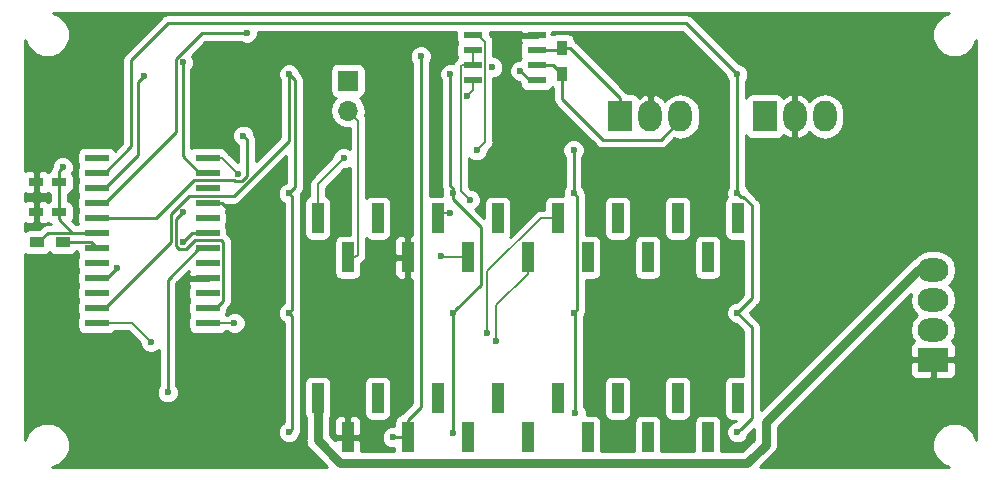
<source format=gbr>
G04 #@! TF.GenerationSoftware,KiCad,Pcbnew,(5.0.2)-1*
G04 #@! TF.CreationDate,2019-01-08T12:37:08+09:00*
G04 #@! TF.ProjectId,Caution Light Panel,43617574-696f-46e2-904c-696768742050,rev?*
G04 #@! TF.SameCoordinates,Original*
G04 #@! TF.FileFunction,Copper,L2,Bot*
G04 #@! TF.FilePolarity,Positive*
%FSLAX46Y46*%
G04 Gerber Fmt 4.6, Leading zero omitted, Abs format (unit mm)*
G04 Created by KiCad (PCBNEW (5.0.2)-1) date 1/8/2019 12:37:08 PM*
%MOMM*%
%LPD*%
G01*
G04 APERTURE LIST*
G04 #@! TA.AperFunction,SMDPad,CuDef*
%ADD10R,1.200000X0.750000*%
G04 #@! TD*
G04 #@! TA.AperFunction,SMDPad,CuDef*
%ADD11R,2.000000X0.600000*%
G04 #@! TD*
G04 #@! TA.AperFunction,ComponentPad*
%ADD12R,2.600000X2.000000*%
G04 #@! TD*
G04 #@! TA.AperFunction,ComponentPad*
%ADD13O,2.600000X2.000000*%
G04 #@! TD*
G04 #@! TA.AperFunction,ComponentPad*
%ADD14R,2.000000X2.600000*%
G04 #@! TD*
G04 #@! TA.AperFunction,ComponentPad*
%ADD15O,2.000000X2.600000*%
G04 #@! TD*
G04 #@! TA.AperFunction,ComponentPad*
%ADD16R,1.700000X1.700000*%
G04 #@! TD*
G04 #@! TA.AperFunction,ComponentPad*
%ADD17O,1.700000X1.700000*%
G04 #@! TD*
G04 #@! TA.AperFunction,SMDPad,CuDef*
%ADD18R,1.000000X2.510000*%
G04 #@! TD*
G04 #@! TA.AperFunction,SMDPad,CuDef*
%ADD19R,0.900000X1.200000*%
G04 #@! TD*
G04 #@! TA.AperFunction,SMDPad,CuDef*
%ADD20R,1.200000X0.900000*%
G04 #@! TD*
G04 #@! TA.AperFunction,SMDPad,CuDef*
%ADD21R,1.550000X0.600000*%
G04 #@! TD*
G04 #@! TA.AperFunction,ViaPad*
%ADD22C,0.600000*%
G04 #@! TD*
G04 #@! TA.AperFunction,Conductor*
%ADD23C,0.228600*%
G04 #@! TD*
G04 #@! TA.AperFunction,Conductor*
%ADD24C,0.152400*%
G04 #@! TD*
G04 #@! TA.AperFunction,Conductor*
%ADD25C,0.762000*%
G04 #@! TD*
G04 #@! TA.AperFunction,Conductor*
%ADD26C,0.254000*%
G04 #@! TD*
G04 APERTURE END LIST*
D10*
G04 #@! TO.P,C2,1*
G04 #@! TO.N,+5V*
X110170000Y-87630000D03*
G04 #@! TO.P,C2,2*
G04 #@! TO.N,GND*
X108270000Y-87630000D03*
G04 #@! TD*
G04 #@! TO.P,C3,1*
G04 #@! TO.N,+5V*
X110170000Y-85090000D03*
G04 #@! TO.P,C3,2*
G04 #@! TO.N,GND*
X108270000Y-85090000D03*
G04 #@! TD*
D11*
G04 #@! TO.P,IC1,1*
G04 #@! TO.N,/3(\002A\002A)*
X122760200Y-83032600D03*
G04 #@! TO.P,IC1,2*
G04 #@! TO.N,/Dig0*
X122760200Y-84302600D03*
G04 #@! TO.P,IC1,3*
G04 #@! TO.N,/Dig4*
X122760200Y-85572600D03*
G04 #@! TO.P,IC1,4*
G04 #@! TO.N,GND*
X122760200Y-86842600D03*
G04 #@! TO.P,IC1,5*
G04 #@! TO.N,/Dig6*
X122760200Y-88112600D03*
G04 #@! TO.P,IC1,6*
G04 #@! TO.N,/Dig2*
X122760200Y-89382600D03*
G04 #@! TO.P,IC1,7*
G04 #@! TO.N,/Dig3*
X122760200Y-90652600D03*
G04 #@! TO.P,IC1,8*
G04 #@! TO.N,/Dig7*
X122760200Y-91922600D03*
G04 #@! TO.P,IC1,9*
G04 #@! TO.N,GND*
X122760200Y-93192600D03*
G04 #@! TO.P,IC1,10*
G04 #@! TO.N,/Dig5*
X122760200Y-94462600D03*
G04 #@! TO.P,IC1,11*
G04 #@! TO.N,/Dig1*
X122760200Y-95732600D03*
G04 #@! TO.P,IC1,12*
G04 #@! TO.N,/6(\002A\002A)*
X122760200Y-97002600D03*
G04 #@! TO.P,IC1,13*
G04 #@! TO.N,/5(\002A\002A)*
X113360200Y-97002600D03*
G04 #@! TO.P,IC1,14*
G04 #@! TO.N,/SegA*
X113360200Y-95732600D03*
G04 #@! TO.P,IC1,15*
G04 #@! TO.N,/SegF*
X113360200Y-94462600D03*
G04 #@! TO.P,IC1,16*
G04 #@! TO.N,/SegB*
X113360200Y-93192600D03*
G04 #@! TO.P,IC1,17*
G04 #@! TO.N,/SegG*
X113360200Y-91922600D03*
G04 #@! TO.P,IC1,18*
G04 #@! TO.N,Net-(IC1-Pad18)*
X113360200Y-90652600D03*
G04 #@! TO.P,IC1,19*
G04 #@! TO.N,+5V*
X113360200Y-89382600D03*
G04 #@! TO.P,IC1,20*
G04 #@! TO.N,/SegC*
X113360200Y-88112600D03*
G04 #@! TO.P,IC1,21*
G04 #@! TO.N,/SegE*
X113360200Y-86842600D03*
G04 #@! TO.P,IC1,22*
G04 #@! TO.N,/SegDP*
X113360200Y-85572600D03*
G04 #@! TO.P,IC1,23*
G04 #@! TO.N,/SegD*
X113360200Y-84302600D03*
G04 #@! TO.P,IC1,24*
G04 #@! TO.N,Net-(IC1-Pad24)*
X113360200Y-83032600D03*
G04 #@! TD*
D12*
G04 #@! TO.P,J1,1*
G04 #@! TO.N,GND*
X184188100Y-100114100D03*
D13*
G04 #@! TO.P,J1,2*
G04 #@! TO.N,+3V3*
X184188100Y-97574100D03*
G04 #@! TO.P,J1,3*
G04 #@! TO.N,+5V*
X184188100Y-95034100D03*
G04 #@! TO.P,J1,4*
G04 #@! TO.N,+12V*
X184188100Y-92494100D03*
G04 #@! TD*
D14*
G04 #@! TO.P,J2,1*
G04 #@! TO.N,Net-(J2-Pad1)*
X157708600Y-79514700D03*
D15*
G04 #@! TO.P,J2,2*
G04 #@! TO.N,GND*
X160248600Y-79514700D03*
G04 #@! TO.P,J2,3*
G04 #@! TO.N,Net-(J2-Pad3)*
X162788600Y-79514700D03*
G04 #@! TD*
D14*
G04 #@! TO.P,J3,1*
G04 #@! TO.N,Net-(J2-Pad1)*
X169926000Y-79509620D03*
D15*
G04 #@! TO.P,J3,2*
G04 #@! TO.N,GND*
X172466000Y-79509620D03*
G04 #@! TO.P,J3,3*
G04 #@! TO.N,Net-(J2-Pad3)*
X175006000Y-79509620D03*
G04 #@! TD*
D16*
G04 #@! TO.P,J4,1*
G04 #@! TO.N,/RX_ENABLE*
X134645400Y-76471780D03*
D17*
G04 #@! TO.P,J4,2*
G04 #@! TO.N,/0(Rx)*
X134645400Y-79011780D03*
G04 #@! TD*
D18*
G04 #@! TO.P,P1,1*
G04 #@! TO.N,/1(Tx)*
X132080000Y-88130000D03*
G04 #@! TO.P,P1,3*
G04 #@! TO.N,Net-(P1-Pad3)*
X137160000Y-88130000D03*
G04 #@! TO.P,P1,5*
G04 #@! TO.N,/2*
X142240000Y-88130000D03*
G04 #@! TO.P,P1,7*
G04 #@! TO.N,/4*
X147320000Y-88130000D03*
G04 #@! TO.P,P1,9*
G04 #@! TO.N,/6(\002A\002A)*
X152400000Y-88130000D03*
G04 #@! TO.P,P1,11*
G04 #@! TO.N,/8*
X157480000Y-88130000D03*
G04 #@! TO.P,P1,13*
G04 #@! TO.N,/10(\002A\002A/SS)*
X162560000Y-88130000D03*
G04 #@! TO.P,P1,15*
G04 #@! TO.N,/12(MISO)*
X167640000Y-88130000D03*
G04 #@! TO.P,P1,2*
G04 #@! TO.N,/0(Rx)*
X134620000Y-91440000D03*
G04 #@! TO.P,P1,4*
G04 #@! TO.N,GND*
X139700000Y-91440000D03*
G04 #@! TO.P,P1,6*
G04 #@! TO.N,/3(\002A\002A)*
X144780000Y-91440000D03*
G04 #@! TO.P,P1,8*
G04 #@! TO.N,/5(\002A\002A)*
X149860000Y-91440000D03*
G04 #@! TO.P,P1,10*
G04 #@! TO.N,/7*
X154940000Y-91440000D03*
G04 #@! TO.P,P1,12*
G04 #@! TO.N,/9(\002A\002A)*
X160020000Y-91440000D03*
G04 #@! TO.P,P1,14*
G04 #@! TO.N,/11(\002A\002A/MOSI)*
X165100000Y-91440000D03*
G04 #@! TD*
G04 #@! TO.P,P2,1*
G04 #@! TO.N,+12V*
X132080000Y-103370000D03*
G04 #@! TO.P,P2,3*
G04 #@! TO.N,Net-(P2-Pad3)*
X137160000Y-103370000D03*
G04 #@! TO.P,P2,5*
G04 #@! TO.N,/A7*
X142240000Y-103370000D03*
G04 #@! TO.P,P2,7*
G04 #@! TO.N,/A5*
X147320000Y-103370000D03*
G04 #@! TO.P,P2,9*
G04 #@! TO.N,/A3*
X152400000Y-103370000D03*
G04 #@! TO.P,P2,11*
G04 #@! TO.N,/A1*
X157480000Y-103370000D03*
G04 #@! TO.P,P2,13*
G04 #@! TO.N,/AREF*
X162560000Y-103370000D03*
G04 #@! TO.P,P2,15*
G04 #@! TO.N,/13(SCK)*
X167640000Y-103370000D03*
G04 #@! TO.P,P2,2*
G04 #@! TO.N,GND*
X134620000Y-106680000D03*
G04 #@! TO.P,P2,4*
G04 #@! TO.N,+5V*
X139700000Y-106680000D03*
G04 #@! TO.P,P2,6*
G04 #@! TO.N,/A6*
X144780000Y-106680000D03*
G04 #@! TO.P,P2,8*
G04 #@! TO.N,/A4*
X149860000Y-106680000D03*
G04 #@! TO.P,P2,10*
G04 #@! TO.N,/A2*
X154940000Y-106680000D03*
G04 #@! TO.P,P2,12*
G04 #@! TO.N,/A0*
X160020000Y-106680000D03*
G04 #@! TO.P,P2,14*
G04 #@! TO.N,Net-(P2-Pad14)*
X165100000Y-106680000D03*
G04 #@! TD*
D19*
G04 #@! TO.P,R2,1*
G04 #@! TO.N,Net-(J2-Pad3)*
X152763220Y-75918060D03*
G04 #@! TO.P,R2,2*
G04 #@! TO.N,Net-(J2-Pad1)*
X152763220Y-73718060D03*
G04 #@! TD*
D20*
G04 #@! TO.P,Rset1,1*
G04 #@! TO.N,+5V*
X108290000Y-90170000D03*
G04 #@! TO.P,Rset1,2*
G04 #@! TO.N,Net-(IC1-Pad18)*
X110490000Y-90170000D03*
G04 #@! TD*
D21*
G04 #@! TO.P,U1,1*
G04 #@! TO.N,/RX_ENABLE*
X145224540Y-76436220D03*
G04 #@! TO.P,U1,2*
G04 #@! TO.N,/2*
X145224540Y-75166220D03*
G04 #@! TO.P,U1,3*
X145224540Y-73896220D03*
G04 #@! TO.P,U1,4*
G04 #@! TO.N,/1(Tx)*
X145224540Y-72626220D03*
G04 #@! TO.P,U1,5*
G04 #@! TO.N,GND*
X150624540Y-72626220D03*
G04 #@! TO.P,U1,6*
G04 #@! TO.N,Net-(J2-Pad1)*
X150624540Y-73896220D03*
G04 #@! TO.P,U1,7*
G04 #@! TO.N,Net-(J2-Pad3)*
X150624540Y-75166220D03*
G04 #@! TO.P,U1,8*
G04 #@! TO.N,+5V*
X150624540Y-76436220D03*
G04 #@! TD*
D22*
G04 #@! TO.N,+5V*
X149240000Y-75650000D03*
X138430000Y-106680000D03*
X140815181Y-74420789D03*
X146870000Y-75360000D03*
X110490000Y-83820000D03*
G04 #@! TO.N,GND*
X149210000Y-72790000D03*
G04 #@! TO.N,/Dig0*
X120650000Y-74930000D03*
G04 #@! TO.N,/SegDP*
X117348000Y-76073000D03*
G04 #@! TO.N,/Dig1*
X120650000Y-87630000D03*
G04 #@! TO.N,/Dig2*
X120650000Y-90170000D03*
G04 #@! TO.N,/Dig3*
X119380000Y-102870000D03*
G04 #@! TO.N,/SegA*
X129641600Y-106248200D03*
X129641600Y-96139000D03*
X129641600Y-86029800D03*
X129651400Y-75930400D03*
G04 #@! TO.N,/SegB*
X115060000Y-92380000D03*
X143305990Y-75930400D03*
X143510000Y-106273600D03*
X143510000Y-96139000D03*
X143509400Y-86030400D03*
G04 #@! TO.N,/SegC*
X153911300Y-104645460D03*
X125790960Y-81135220D03*
X153744421Y-82346614D03*
X153760040Y-96140400D03*
X153753820Y-86029800D03*
G04 #@! TO.N,/SegD*
X167604440Y-75953620D03*
X167619680Y-86006940D03*
X167622220Y-96133920D03*
X167622220Y-106243120D03*
G04 #@! TO.N,/SegE*
X126111000Y-72450960D03*
G04 #@! TO.N,/3(\002A\002A)*
X125350000Y-84410000D03*
X142560000Y-91340000D03*
G04 #@! TO.N,/6(\002A\002A)*
X125040000Y-97000000D03*
X146460000Y-97830000D03*
G04 #@! TO.N,/5(\002A\002A)*
X117950000Y-98610000D03*
X147190000Y-98550000D03*
G04 #@! TO.N,/RX_ENABLE*
X144749549Y-77754887D03*
G04 #@! TO.N,/1(Tx)*
X134270000Y-83050000D03*
X145550000Y-82380000D03*
G04 #@! TO.N,/2*
X143280000Y-87670000D03*
X144970000Y-86570000D03*
G04 #@! TD*
D23*
G04 #@! TO.N,+5V*
X149240000Y-75650000D02*
X150026220Y-76436220D01*
X150026220Y-76436220D02*
X150624540Y-76436220D01*
X138430000Y-106680000D02*
X139700000Y-106680000D01*
X140815181Y-74845053D02*
X140815181Y-74420789D01*
X140815181Y-104081219D02*
X140815181Y-74845053D01*
X139700000Y-106680000D02*
X139700000Y-105196400D01*
X139700000Y-105196400D02*
X140815181Y-104081219D01*
X110170000Y-85090000D02*
X110170000Y-84140000D01*
X110170000Y-84140000D02*
X110490000Y-83820000D01*
X150149540Y-76436220D02*
X150624540Y-76436220D01*
X110170000Y-87630000D02*
X110170000Y-85090000D01*
X113360200Y-89382600D02*
X111319000Y-89382600D01*
X111319000Y-89382600D02*
X110170000Y-88233600D01*
X110170000Y-88233600D02*
X110170000Y-87630000D01*
X108290000Y-90170000D02*
X108440000Y-90170000D01*
X112131600Y-89382600D02*
X113360200Y-89382600D01*
X108440000Y-90170000D02*
X109227400Y-89382600D01*
X109227400Y-89382600D02*
X112131600Y-89382600D01*
G04 #@! TO.N,GND*
X149487160Y-72760000D02*
X149240000Y-72760000D01*
X149240000Y-72760000D02*
X149210000Y-72790000D01*
X150624540Y-72626220D02*
X149620940Y-72626220D01*
X149620940Y-72626220D02*
X149487160Y-72760000D01*
X122760200Y-86842600D02*
X123988800Y-86842600D01*
X123988800Y-86842600D02*
X124436200Y-87290000D01*
G04 #@! TO.N,/Dig0*
X120650000Y-82892400D02*
X120650000Y-74930000D01*
X122760200Y-84302600D02*
X122060200Y-84302600D01*
X122060200Y-84302600D02*
X120650000Y-82892400D01*
G04 #@! TO.N,/SegDP*
X116840000Y-76581000D02*
X117348000Y-76073000D01*
X116840000Y-77470000D02*
X116840000Y-76581000D01*
X116840000Y-82792800D02*
X116840000Y-77470000D01*
X113360200Y-85572600D02*
X114060200Y-85572600D01*
X114060200Y-85572600D02*
X116840000Y-82792800D01*
G04 #@! TO.N,/Dig1*
X120350001Y-87929999D02*
X120650000Y-87630000D01*
X120057898Y-90454210D02*
X120057898Y-88222102D01*
X120057898Y-88222102D02*
X120350001Y-87929999D01*
X120934210Y-90762102D02*
X120365790Y-90762102D01*
X123460200Y-95732600D02*
X124052301Y-95140499D01*
X121721611Y-89974701D02*
X120934210Y-90762102D01*
X122760200Y-95732600D02*
X123460200Y-95732600D01*
X123908083Y-89974701D02*
X121721611Y-89974701D01*
X120365790Y-90762102D02*
X120057898Y-90454210D01*
X124052301Y-95140499D02*
X124052301Y-90118919D01*
X124052301Y-90118919D02*
X123908083Y-89974701D01*
G04 #@! TO.N,/Dig2*
X122760200Y-89382600D02*
X121437400Y-89382600D01*
X121437400Y-89382600D02*
X120650000Y-90170000D01*
G04 #@! TO.N,/Dig3*
X122760200Y-90652600D02*
X122060200Y-90652600D01*
X122060200Y-90652600D02*
X119380000Y-93332800D01*
X119380000Y-93332800D02*
X119380000Y-102870000D01*
G04 #@! TO.N,/SegA*
X124960564Y-86250499D02*
X129651400Y-81559663D01*
X121153189Y-86250499D02*
X124960564Y-86250499D01*
X119651487Y-87752201D02*
X121153189Y-86250499D01*
X129651400Y-76354664D02*
X129651400Y-75930400D01*
X119651487Y-90141313D02*
X119651487Y-87752201D01*
X114060200Y-95732600D02*
X119651487Y-90141313D01*
X129651400Y-81559663D02*
X129651400Y-76354664D01*
X113360200Y-95732600D02*
X114060200Y-95732600D01*
X129641600Y-86029800D02*
X130164540Y-85506860D01*
X130164540Y-85506860D02*
X130164540Y-76443540D01*
X130164540Y-76443540D02*
X129651400Y-75930400D01*
X129641600Y-96139000D02*
X129941599Y-95839001D01*
X129941599Y-95839001D02*
X129941599Y-86329799D01*
X129941599Y-86329799D02*
X129641600Y-86029800D01*
X129641600Y-106248200D02*
X129941599Y-105948201D01*
X129941599Y-105948201D02*
X129941599Y-96438999D01*
X129941599Y-96438999D02*
X129641600Y-96139000D01*
G04 #@! TO.N,/SegB*
X115060000Y-92380000D02*
X114247400Y-93192600D01*
X114247400Y-93192600D02*
X113360200Y-93192600D01*
X143509400Y-86030400D02*
X143509400Y-86510422D01*
X143509400Y-86510422D02*
X145889983Y-88891005D01*
X145889983Y-93759017D02*
X143809999Y-95839001D01*
X145889983Y-88891005D02*
X145889983Y-93759017D01*
X143809999Y-95839001D02*
X143510000Y-96139000D01*
X143305990Y-85402726D02*
X143305990Y-75930400D01*
X143509400Y-85606136D02*
X143305990Y-85402726D01*
X143509400Y-86030400D02*
X143509400Y-85606136D01*
X113360200Y-93192600D02*
X114060200Y-93192600D01*
X143510000Y-96139000D02*
X143510000Y-96563264D01*
X143510000Y-96563264D02*
X143510000Y-106273600D01*
G04 #@! TO.N,/SegC*
X153911300Y-104645460D02*
X153911300Y-96291660D01*
X153911300Y-96291660D02*
X153760040Y-96140400D01*
X124958389Y-84894701D02*
X125065790Y-85002102D01*
X126090959Y-81435219D02*
X125790960Y-81135220D01*
X125634210Y-85002102D02*
X126090959Y-84545353D01*
X126090959Y-84545353D02*
X126090959Y-81435219D01*
X125065790Y-85002102D02*
X125634210Y-85002102D01*
X121612317Y-84894701D02*
X124958389Y-84894701D01*
X118394418Y-88112600D02*
X121612317Y-84894701D01*
X113360200Y-88112600D02*
X118394418Y-88112600D01*
X153753820Y-86029800D02*
X153753820Y-82356013D01*
X153753820Y-82356013D02*
X153744421Y-82346614D01*
X153760040Y-96140400D02*
X154060039Y-95840401D01*
X154060039Y-95840401D02*
X154060039Y-86336019D01*
X154060039Y-86336019D02*
X154053819Y-86329799D01*
X154053819Y-86329799D02*
X153753820Y-86029800D01*
G04 #@! TO.N,/SegD*
X113360200Y-84302600D02*
X114060200Y-84302600D01*
X114060200Y-84302600D02*
X116306600Y-82056200D01*
X116306600Y-82056200D02*
X116306600Y-74731880D01*
X116306600Y-74731880D02*
X119449277Y-71589203D01*
X119449277Y-71589203D02*
X163240023Y-71589203D01*
X163240023Y-71589203D02*
X167304441Y-75653621D01*
X167304441Y-75653621D02*
X167604440Y-75953620D01*
X167622220Y-96133920D02*
X168841803Y-97353503D01*
X168841803Y-97353503D02*
X168841803Y-105023537D01*
X168841803Y-105023537D02*
X167922219Y-105943121D01*
X167922219Y-105943121D02*
X167622220Y-106243120D01*
X167619680Y-86006940D02*
X167919679Y-86306939D01*
X167919679Y-86306939D02*
X168097721Y-86306939D01*
X168097721Y-86306939D02*
X168841803Y-87051021D01*
X168841803Y-87051021D02*
X168841803Y-94914337D01*
X168841803Y-94914337D02*
X167922219Y-95833921D01*
X167922219Y-95833921D02*
X167622220Y-96133920D01*
X167604440Y-75953620D02*
X167604440Y-85991700D01*
X167604440Y-85991700D02*
X167619680Y-86006940D01*
G04 #@! TO.N,/SegE*
X125686736Y-72450960D02*
X126111000Y-72450960D01*
X122252730Y-72450960D02*
X125686736Y-72450960D01*
X120057899Y-74645791D02*
X122252730Y-72450960D01*
X120057899Y-80844901D02*
X120057899Y-74645791D01*
X114060200Y-86842600D02*
X120057899Y-80844901D01*
X113360200Y-86842600D02*
X114060200Y-86842600D01*
D24*
G04 #@! TO.N,/3(\002A\002A)*
X123972600Y-83032600D02*
X125350000Y-84410000D01*
X122760200Y-83032600D02*
X123972600Y-83032600D01*
X144780000Y-91440000D02*
X142660000Y-91440000D01*
X142660000Y-91440000D02*
X142560000Y-91340000D01*
G04 #@! TO.N,/6(\002A\002A)*
X125040000Y-97000000D02*
X122762800Y-97000000D01*
X122762800Y-97000000D02*
X122760200Y-97002600D01*
X146460000Y-92627798D02*
X146460000Y-97830000D01*
X152400000Y-88130000D02*
X150957798Y-88130000D01*
X150957798Y-88130000D02*
X146460000Y-92627798D01*
G04 #@! TO.N,/5(\002A\002A)*
X117950000Y-98610000D02*
X116342600Y-97002600D01*
X116342600Y-97002600D02*
X113360200Y-97002600D01*
X147190000Y-95517400D02*
X147190000Y-98550000D01*
X149860000Y-91440000D02*
X149860000Y-92847400D01*
X149860000Y-92847400D02*
X147190000Y-95517400D01*
D23*
G04 #@! TO.N,Net-(IC1-Pad18)*
X110490000Y-90170000D02*
X112877600Y-90170000D01*
X112877600Y-90170000D02*
X113360200Y-90652600D01*
D25*
G04 #@! TO.N,+12V*
X184188100Y-92494100D02*
X182923858Y-92494100D01*
X182923858Y-92494100D02*
X170000000Y-105417958D01*
X133969050Y-108835612D02*
X132080000Y-106946562D01*
X170000000Y-105417958D02*
X170000000Y-107290000D01*
X170000000Y-107290000D02*
X168454388Y-108835612D01*
X168454388Y-108835612D02*
X133969050Y-108835612D01*
X132080000Y-106946562D02*
X132080000Y-105387000D01*
X132080000Y-105387000D02*
X132080000Y-103370000D01*
X132080000Y-104125000D02*
X132080000Y-103370000D01*
D23*
G04 #@! TO.N,Net-(J2-Pad1)*
X152763220Y-73718060D02*
X153441820Y-73718060D01*
X153441820Y-73718060D02*
X157708600Y-77984840D01*
X157708600Y-77984840D02*
X157708600Y-77986100D01*
X157708600Y-77986100D02*
X157708600Y-79514700D01*
X150624540Y-73896220D02*
X152585060Y-73896220D01*
X152585060Y-73896220D02*
X152763220Y-73718060D01*
G04 #@! TO.N,Net-(J2-Pad3)*
X152763220Y-75918060D02*
X152763220Y-78017336D01*
X152763220Y-78017336D02*
X156213987Y-81468103D01*
X156213987Y-81468103D02*
X161135197Y-81468103D01*
X161135197Y-81468103D02*
X162788600Y-79814700D01*
X162788600Y-79814700D02*
X162788600Y-79514700D01*
X150624540Y-75166220D02*
X152011380Y-75166220D01*
X152011380Y-75166220D02*
X152763220Y-75918060D01*
D24*
G04 #@! TO.N,/RX_ENABLE*
X145224540Y-76436220D02*
X145224540Y-77279896D01*
X145224540Y-77279896D02*
X145049548Y-77454888D01*
X145049548Y-77454888D02*
X144749549Y-77754887D01*
G04 #@! TO.N,/0(Rx)*
X135272400Y-91440000D02*
X134620000Y-91440000D01*
X135495399Y-91217001D02*
X135272400Y-91440000D01*
X135495399Y-79861779D02*
X135495399Y-91217001D01*
X134645400Y-79011780D02*
X135495399Y-79861779D01*
G04 #@! TO.N,/1(Tx)*
X134270000Y-83050000D02*
X132080000Y-85240000D01*
X132080000Y-85240000D02*
X132080000Y-88130000D01*
X146253541Y-81676459D02*
X145550000Y-82380000D01*
X145224540Y-72626220D02*
X145699540Y-72626220D01*
X145699540Y-72626220D02*
X146253541Y-73180221D01*
X146253541Y-73180221D02*
X146253541Y-81676459D01*
G04 #@! TO.N,/2*
X143280000Y-87670000D02*
X142700000Y-87670000D01*
X142700000Y-87670000D02*
X142240000Y-88130000D01*
X144195539Y-85795539D02*
X144970000Y-86570000D01*
X144195539Y-75267821D02*
X144195539Y-85795539D01*
X145224540Y-75166220D02*
X144297140Y-75166220D01*
X144297140Y-75166220D02*
X144195539Y-75267821D01*
X145224540Y-73896220D02*
X145224540Y-75166220D01*
G04 #@! TD*
D26*
G04 #@! TO.N,GND*
G36*
X143802100Y-72926220D02*
X143851383Y-73173985D01*
X143909672Y-73261220D01*
X143851383Y-73348455D01*
X143802100Y-73596220D01*
X143802100Y-74196220D01*
X143851383Y-74443985D01*
X143909672Y-74531220D01*
X143863143Y-74600855D01*
X143784394Y-74653474D01*
X143744715Y-74712858D01*
X143742174Y-74715398D01*
X143682793Y-74755076D01*
X143643117Y-74814455D01*
X143643115Y-74814457D01*
X143592878Y-74889642D01*
X143525603Y-74990326D01*
X143522111Y-75007883D01*
X143491973Y-74995400D01*
X143120007Y-74995400D01*
X142776355Y-75137745D01*
X142513335Y-75400765D01*
X142370990Y-75744417D01*
X142370990Y-76116383D01*
X142513335Y-76460035D01*
X142556691Y-76503391D01*
X142556690Y-85328930D01*
X142542011Y-85402726D01*
X142556690Y-85476522D01*
X142600165Y-85695087D01*
X142622444Y-85728429D01*
X142574400Y-85844417D01*
X142574400Y-86216383D01*
X142579030Y-86227560D01*
X141740000Y-86227560D01*
X141564481Y-86262473D01*
X141564481Y-74993779D01*
X141607836Y-74950424D01*
X141750181Y-74606772D01*
X141750181Y-74234806D01*
X141607836Y-73891154D01*
X141344816Y-73628134D01*
X141001164Y-73485789D01*
X140629198Y-73485789D01*
X140285546Y-73628134D01*
X140022526Y-73891154D01*
X139880181Y-74234806D01*
X139880181Y-74606772D01*
X140022526Y-74950424D01*
X140065882Y-74993780D01*
X140065881Y-89550000D01*
X139985750Y-89550000D01*
X139827000Y-89708750D01*
X139827000Y-91313000D01*
X139847000Y-91313000D01*
X139847000Y-91567000D01*
X139827000Y-91567000D01*
X139827000Y-93171250D01*
X139985750Y-93330000D01*
X140065881Y-93330000D01*
X140065881Y-103770849D01*
X139222349Y-104614381D01*
X139159786Y-104656185D01*
X139083540Y-104770295D01*
X139060091Y-104805389D01*
X138952235Y-104826843D01*
X138742191Y-104967191D01*
X138601843Y-105177235D01*
X138552560Y-105425000D01*
X138552560Y-105745000D01*
X138244017Y-105745000D01*
X137900365Y-105887345D01*
X137637345Y-106150365D01*
X137495000Y-106494017D01*
X137495000Y-106865983D01*
X137637345Y-107209635D01*
X137900365Y-107472655D01*
X138244017Y-107615000D01*
X138552560Y-107615000D01*
X138552560Y-107819612D01*
X135755000Y-107819612D01*
X135755000Y-106965750D01*
X135596250Y-106807000D01*
X134747000Y-106807000D01*
X134747000Y-106827000D01*
X134493000Y-106827000D01*
X134493000Y-106807000D01*
X133643750Y-106807000D01*
X133510514Y-106940236D01*
X133096000Y-106525722D01*
X133096000Y-105298691D01*
X133485000Y-105298691D01*
X133485000Y-106394250D01*
X133643750Y-106553000D01*
X134493000Y-106553000D01*
X134493000Y-104948750D01*
X134747000Y-104948750D01*
X134747000Y-106553000D01*
X135596250Y-106553000D01*
X135755000Y-106394250D01*
X135755000Y-105298691D01*
X135658327Y-105065302D01*
X135479699Y-104886673D01*
X135246310Y-104790000D01*
X134905750Y-104790000D01*
X134747000Y-104948750D01*
X134493000Y-104948750D01*
X134334250Y-104790000D01*
X133993690Y-104790000D01*
X133760301Y-104886673D01*
X133581673Y-105065302D01*
X133485000Y-105298691D01*
X133096000Y-105298691D01*
X133096000Y-104995721D01*
X133178157Y-104872765D01*
X133227440Y-104625000D01*
X133227440Y-102115000D01*
X136012560Y-102115000D01*
X136012560Y-104625000D01*
X136061843Y-104872765D01*
X136202191Y-105082809D01*
X136412235Y-105223157D01*
X136660000Y-105272440D01*
X137660000Y-105272440D01*
X137907765Y-105223157D01*
X138117809Y-105082809D01*
X138258157Y-104872765D01*
X138307440Y-104625000D01*
X138307440Y-102115000D01*
X138258157Y-101867235D01*
X138117809Y-101657191D01*
X137907765Y-101516843D01*
X137660000Y-101467560D01*
X136660000Y-101467560D01*
X136412235Y-101516843D01*
X136202191Y-101657191D01*
X136061843Y-101867235D01*
X136012560Y-102115000D01*
X133227440Y-102115000D01*
X133178157Y-101867235D01*
X133037809Y-101657191D01*
X132827765Y-101516843D01*
X132580000Y-101467560D01*
X131580000Y-101467560D01*
X131332235Y-101516843D01*
X131122191Y-101657191D01*
X130981843Y-101867235D01*
X130932560Y-102115000D01*
X130932560Y-104625000D01*
X130981843Y-104872765D01*
X131064000Y-104995721D01*
X131064000Y-105487064D01*
X131064001Y-105487068D01*
X131064000Y-106846498D01*
X131044096Y-106946562D01*
X131064000Y-107046625D01*
X131064000Y-107046626D01*
X131122949Y-107342984D01*
X131347505Y-107679057D01*
X131432339Y-107735742D01*
X132896197Y-109199600D01*
X109631837Y-109199600D01*
X110262367Y-108938426D01*
X110792626Y-108408167D01*
X111079600Y-107715350D01*
X111079600Y-106965450D01*
X110792626Y-106272633D01*
X110262367Y-105742374D01*
X109569550Y-105455400D01*
X108819650Y-105455400D01*
X108126833Y-105742374D01*
X107596574Y-106272633D01*
X107333600Y-106907509D01*
X107333600Y-91145569D01*
X107442235Y-91218157D01*
X107690000Y-91267440D01*
X108890000Y-91267440D01*
X109137765Y-91218157D01*
X109347809Y-91077809D01*
X109390000Y-91014666D01*
X109432191Y-91077809D01*
X109642235Y-91218157D01*
X109890000Y-91267440D01*
X111090000Y-91267440D01*
X111337765Y-91218157D01*
X111547809Y-91077809D01*
X111653722Y-90919300D01*
X111712760Y-90919300D01*
X111712760Y-90952600D01*
X111762043Y-91200365D01*
X111820332Y-91287600D01*
X111762043Y-91374835D01*
X111712760Y-91622600D01*
X111712760Y-92222600D01*
X111762043Y-92470365D01*
X111820332Y-92557600D01*
X111762043Y-92644835D01*
X111712760Y-92892600D01*
X111712760Y-93492600D01*
X111762043Y-93740365D01*
X111820332Y-93827600D01*
X111762043Y-93914835D01*
X111712760Y-94162600D01*
X111712760Y-94762600D01*
X111762043Y-95010365D01*
X111820332Y-95097600D01*
X111762043Y-95184835D01*
X111712760Y-95432600D01*
X111712760Y-96032600D01*
X111762043Y-96280365D01*
X111820332Y-96367600D01*
X111762043Y-96454835D01*
X111712760Y-96702600D01*
X111712760Y-97302600D01*
X111762043Y-97550365D01*
X111902391Y-97760409D01*
X112112435Y-97900757D01*
X112360200Y-97950040D01*
X114360200Y-97950040D01*
X114607965Y-97900757D01*
X114818009Y-97760409D01*
X114849152Y-97713800D01*
X116048012Y-97713800D01*
X117015000Y-98680789D01*
X117015000Y-98795983D01*
X117157345Y-99139635D01*
X117420365Y-99402655D01*
X117764017Y-99545000D01*
X118135983Y-99545000D01*
X118479635Y-99402655D01*
X118630701Y-99251589D01*
X118630701Y-102297009D01*
X118587345Y-102340365D01*
X118445000Y-102684017D01*
X118445000Y-103055983D01*
X118587345Y-103399635D01*
X118850365Y-103662655D01*
X119194017Y-103805000D01*
X119565983Y-103805000D01*
X119909635Y-103662655D01*
X120172655Y-103399635D01*
X120315000Y-103055983D01*
X120315000Y-102684017D01*
X120172655Y-102340365D01*
X120129300Y-102297010D01*
X120129300Y-93643169D01*
X121209360Y-92563109D01*
X121125200Y-92766290D01*
X121125200Y-92906850D01*
X121283950Y-93065600D01*
X122633200Y-93065600D01*
X122633200Y-93045600D01*
X122887200Y-93045600D01*
X122887200Y-93065600D01*
X122907200Y-93065600D01*
X122907200Y-93319600D01*
X122887200Y-93319600D01*
X122887200Y-93339600D01*
X122633200Y-93339600D01*
X122633200Y-93319600D01*
X121283950Y-93319600D01*
X121125200Y-93478350D01*
X121125200Y-93618910D01*
X121214968Y-93835628D01*
X121162043Y-93914835D01*
X121112760Y-94162600D01*
X121112760Y-94762600D01*
X121162043Y-95010365D01*
X121220332Y-95097600D01*
X121162043Y-95184835D01*
X121112760Y-95432600D01*
X121112760Y-96032600D01*
X121162043Y-96280365D01*
X121220332Y-96367600D01*
X121162043Y-96454835D01*
X121112760Y-96702600D01*
X121112760Y-97302600D01*
X121162043Y-97550365D01*
X121302391Y-97760409D01*
X121512435Y-97900757D01*
X121760200Y-97950040D01*
X123760200Y-97950040D01*
X124007965Y-97900757D01*
X124218009Y-97760409D01*
X124250890Y-97711200D01*
X124428910Y-97711200D01*
X124510365Y-97792655D01*
X124854017Y-97935000D01*
X125225983Y-97935000D01*
X125569635Y-97792655D01*
X125832655Y-97529635D01*
X125975000Y-97185983D01*
X125975000Y-96814017D01*
X125832655Y-96470365D01*
X125569635Y-96207345D01*
X125225983Y-96065000D01*
X124854017Y-96065000D01*
X124510365Y-96207345D01*
X124428910Y-96288800D01*
X124352721Y-96288800D01*
X124358357Y-96280365D01*
X124407640Y-96032600D01*
X124407640Y-95844830D01*
X124529952Y-95722518D01*
X124592516Y-95680714D01*
X124758126Y-95432861D01*
X124801601Y-95214296D01*
X124801601Y-95214295D01*
X124816280Y-95140500D01*
X124801601Y-95066704D01*
X124801601Y-90192714D01*
X124816280Y-90118918D01*
X124795172Y-90012802D01*
X124758126Y-89826557D01*
X124592516Y-89578704D01*
X124529949Y-89536898D01*
X124490104Y-89497053D01*
X124448298Y-89434486D01*
X124407640Y-89407319D01*
X124407640Y-89082600D01*
X124358357Y-88834835D01*
X124300068Y-88747600D01*
X124358357Y-88660365D01*
X124407640Y-88412600D01*
X124407640Y-87812600D01*
X124358357Y-87564835D01*
X124305432Y-87485628D01*
X124395200Y-87268910D01*
X124395200Y-87128350D01*
X124266649Y-86999799D01*
X124886768Y-86999799D01*
X124960564Y-87014478D01*
X125034360Y-86999799D01*
X125034361Y-86999799D01*
X125252926Y-86956324D01*
X125500779Y-86790714D01*
X125542585Y-86728147D01*
X129415240Y-82855493D01*
X129415240Y-85111525D01*
X129111965Y-85237145D01*
X128848945Y-85500165D01*
X128706600Y-85843817D01*
X128706600Y-86215783D01*
X128848945Y-86559435D01*
X129111965Y-86822455D01*
X129192300Y-86855731D01*
X129192299Y-95313070D01*
X129111965Y-95346345D01*
X128848945Y-95609365D01*
X128706600Y-95953017D01*
X128706600Y-96324983D01*
X128848945Y-96668635D01*
X129111965Y-96931655D01*
X129192300Y-96964931D01*
X129192299Y-105422270D01*
X129111965Y-105455545D01*
X128848945Y-105718565D01*
X128706600Y-106062217D01*
X128706600Y-106434183D01*
X128848945Y-106777835D01*
X129111965Y-107040855D01*
X129455617Y-107183200D01*
X129827583Y-107183200D01*
X130171235Y-107040855D01*
X130434255Y-106777835D01*
X130576600Y-106434183D01*
X130576600Y-106346559D01*
X130638382Y-106254096D01*
X130647424Y-106240564D01*
X130705578Y-105948201D01*
X130690899Y-105874404D01*
X130690899Y-96512796D01*
X130705578Y-96438999D01*
X130647424Y-96146636D01*
X130642322Y-96139000D01*
X130647424Y-96131364D01*
X130705578Y-95839001D01*
X130690899Y-95765204D01*
X130690899Y-86875000D01*
X130932560Y-86875000D01*
X130932560Y-89385000D01*
X130981843Y-89632765D01*
X131122191Y-89842809D01*
X131332235Y-89983157D01*
X131580000Y-90032440D01*
X132580000Y-90032440D01*
X132827765Y-89983157D01*
X133037809Y-89842809D01*
X133178157Y-89632765D01*
X133227440Y-89385000D01*
X133227440Y-86875000D01*
X133178157Y-86627235D01*
X133037809Y-86417191D01*
X132827765Y-86276843D01*
X132791200Y-86269570D01*
X132791200Y-85534588D01*
X134340789Y-83985000D01*
X134455983Y-83985000D01*
X134784199Y-83849049D01*
X134784200Y-89537560D01*
X134120000Y-89537560D01*
X133872235Y-89586843D01*
X133662191Y-89727191D01*
X133521843Y-89937235D01*
X133472560Y-90185000D01*
X133472560Y-92695000D01*
X133521843Y-92942765D01*
X133662191Y-93152809D01*
X133872235Y-93293157D01*
X134120000Y-93342440D01*
X135120000Y-93342440D01*
X135367765Y-93293157D01*
X135577809Y-93152809D01*
X135718157Y-92942765D01*
X135767440Y-92695000D01*
X135767440Y-91964577D01*
X135785146Y-91952746D01*
X135824824Y-91893364D01*
X135948763Y-91769425D01*
X136008145Y-91729747D01*
X136010815Y-91725750D01*
X138565000Y-91725750D01*
X138565000Y-92821309D01*
X138661673Y-93054698D01*
X138840301Y-93233327D01*
X139073690Y-93330000D01*
X139414250Y-93330000D01*
X139573000Y-93171250D01*
X139573000Y-91567000D01*
X138723750Y-91567000D01*
X138565000Y-91725750D01*
X136010815Y-91725750D01*
X136165335Y-91494497D01*
X136206599Y-91287047D01*
X136206599Y-91287043D01*
X136220531Y-91217002D01*
X136206599Y-91146960D01*
X136206599Y-90058691D01*
X138565000Y-90058691D01*
X138565000Y-91154250D01*
X138723750Y-91313000D01*
X139573000Y-91313000D01*
X139573000Y-89708750D01*
X139414250Y-89550000D01*
X139073690Y-89550000D01*
X138840301Y-89646673D01*
X138661673Y-89825302D01*
X138565000Y-90058691D01*
X136206599Y-90058691D01*
X136206599Y-89845754D01*
X136412235Y-89983157D01*
X136660000Y-90032440D01*
X137660000Y-90032440D01*
X137907765Y-89983157D01*
X138117809Y-89842809D01*
X138258157Y-89632765D01*
X138307440Y-89385000D01*
X138307440Y-86875000D01*
X138258157Y-86627235D01*
X138117809Y-86417191D01*
X137907765Y-86276843D01*
X137660000Y-86227560D01*
X136660000Y-86227560D01*
X136412235Y-86276843D01*
X136206599Y-86414246D01*
X136206599Y-79931820D01*
X136220531Y-79861778D01*
X136206599Y-79791734D01*
X136206599Y-79791733D01*
X136165335Y-79584283D01*
X136165334Y-79584281D01*
X136073079Y-79446211D01*
X136159492Y-79011780D01*
X136044239Y-78432362D01*
X135716025Y-77941155D01*
X135697781Y-77928964D01*
X135743165Y-77919937D01*
X135953209Y-77779589D01*
X136093557Y-77569545D01*
X136142840Y-77321780D01*
X136142840Y-75621780D01*
X136093557Y-75374015D01*
X135953209Y-75163971D01*
X135743165Y-75023623D01*
X135495400Y-74974340D01*
X133795400Y-74974340D01*
X133547635Y-75023623D01*
X133337591Y-75163971D01*
X133197243Y-75374015D01*
X133147960Y-75621780D01*
X133147960Y-77321780D01*
X133197243Y-77569545D01*
X133337591Y-77779589D01*
X133547635Y-77919937D01*
X133593019Y-77928964D01*
X133574775Y-77941155D01*
X133246561Y-78432362D01*
X133131308Y-79011780D01*
X133246561Y-79591198D01*
X133574775Y-80082405D01*
X134065982Y-80410619D01*
X134499144Y-80496780D01*
X134784199Y-80496780D01*
X134784199Y-82250951D01*
X134455983Y-82115000D01*
X134084017Y-82115000D01*
X133740365Y-82257345D01*
X133477345Y-82520365D01*
X133335000Y-82864017D01*
X133335000Y-82979211D01*
X131626634Y-84687578D01*
X131567254Y-84727255D01*
X131527578Y-84786634D01*
X131527576Y-84786636D01*
X131474029Y-84866775D01*
X131410064Y-84962505D01*
X131368800Y-85169955D01*
X131368800Y-85169959D01*
X131354868Y-85240000D01*
X131368800Y-85310042D01*
X131368800Y-86269570D01*
X131332235Y-86276843D01*
X131122191Y-86417191D01*
X130981843Y-86627235D01*
X130932560Y-86875000D01*
X130690899Y-86875000D01*
X130690899Y-86403596D01*
X130705578Y-86329799D01*
X130655842Y-86079757D01*
X130704755Y-86047075D01*
X130870365Y-85799222D01*
X130913840Y-85580657D01*
X130913840Y-85580656D01*
X130928519Y-85506860D01*
X130913840Y-85433064D01*
X130913840Y-76517337D01*
X130928519Y-76443540D01*
X130870365Y-76151177D01*
X130764642Y-75992953D01*
X130704755Y-75903325D01*
X130642191Y-75861521D01*
X130586400Y-75805730D01*
X130586400Y-75744417D01*
X130444055Y-75400765D01*
X130181035Y-75137745D01*
X129837383Y-74995400D01*
X129465417Y-74995400D01*
X129121765Y-75137745D01*
X128858745Y-75400765D01*
X128716400Y-75744417D01*
X128716400Y-76116383D01*
X128858745Y-76460035D01*
X128902101Y-76503391D01*
X128902100Y-81249293D01*
X126840259Y-83311134D01*
X126840259Y-81509016D01*
X126854938Y-81435219D01*
X126796784Y-81142856D01*
X126725960Y-81036862D01*
X126725960Y-80949237D01*
X126583615Y-80605585D01*
X126320595Y-80342565D01*
X125976943Y-80200220D01*
X125604977Y-80200220D01*
X125261325Y-80342565D01*
X124998305Y-80605585D01*
X124855960Y-80949237D01*
X124855960Y-81321203D01*
X124998305Y-81664855D01*
X125261325Y-81927875D01*
X125341660Y-81961151D01*
X125341659Y-83395871D01*
X124525024Y-82579236D01*
X124485346Y-82519854D01*
X124298202Y-82394808D01*
X124218009Y-82274791D01*
X124007965Y-82134443D01*
X123760200Y-82085160D01*
X121760200Y-82085160D01*
X121512435Y-82134443D01*
X121399300Y-82210038D01*
X121399300Y-75502990D01*
X121442655Y-75459635D01*
X121585000Y-75115983D01*
X121585000Y-74744017D01*
X121442655Y-74400365D01*
X121402825Y-74360535D01*
X122563100Y-73200260D01*
X125538010Y-73200260D01*
X125581365Y-73243615D01*
X125925017Y-73385960D01*
X126296983Y-73385960D01*
X126640635Y-73243615D01*
X126903655Y-72980595D01*
X127046000Y-72636943D01*
X127046000Y-72338503D01*
X143802100Y-72338503D01*
X143802100Y-72926220D01*
X143802100Y-72926220D01*
G37*
X143802100Y-72926220D02*
X143851383Y-73173985D01*
X143909672Y-73261220D01*
X143851383Y-73348455D01*
X143802100Y-73596220D01*
X143802100Y-74196220D01*
X143851383Y-74443985D01*
X143909672Y-74531220D01*
X143863143Y-74600855D01*
X143784394Y-74653474D01*
X143744715Y-74712858D01*
X143742174Y-74715398D01*
X143682793Y-74755076D01*
X143643117Y-74814455D01*
X143643115Y-74814457D01*
X143592878Y-74889642D01*
X143525603Y-74990326D01*
X143522111Y-75007883D01*
X143491973Y-74995400D01*
X143120007Y-74995400D01*
X142776355Y-75137745D01*
X142513335Y-75400765D01*
X142370990Y-75744417D01*
X142370990Y-76116383D01*
X142513335Y-76460035D01*
X142556691Y-76503391D01*
X142556690Y-85328930D01*
X142542011Y-85402726D01*
X142556690Y-85476522D01*
X142600165Y-85695087D01*
X142622444Y-85728429D01*
X142574400Y-85844417D01*
X142574400Y-86216383D01*
X142579030Y-86227560D01*
X141740000Y-86227560D01*
X141564481Y-86262473D01*
X141564481Y-74993779D01*
X141607836Y-74950424D01*
X141750181Y-74606772D01*
X141750181Y-74234806D01*
X141607836Y-73891154D01*
X141344816Y-73628134D01*
X141001164Y-73485789D01*
X140629198Y-73485789D01*
X140285546Y-73628134D01*
X140022526Y-73891154D01*
X139880181Y-74234806D01*
X139880181Y-74606772D01*
X140022526Y-74950424D01*
X140065882Y-74993780D01*
X140065881Y-89550000D01*
X139985750Y-89550000D01*
X139827000Y-89708750D01*
X139827000Y-91313000D01*
X139847000Y-91313000D01*
X139847000Y-91567000D01*
X139827000Y-91567000D01*
X139827000Y-93171250D01*
X139985750Y-93330000D01*
X140065881Y-93330000D01*
X140065881Y-103770849D01*
X139222349Y-104614381D01*
X139159786Y-104656185D01*
X139083540Y-104770295D01*
X139060091Y-104805389D01*
X138952235Y-104826843D01*
X138742191Y-104967191D01*
X138601843Y-105177235D01*
X138552560Y-105425000D01*
X138552560Y-105745000D01*
X138244017Y-105745000D01*
X137900365Y-105887345D01*
X137637345Y-106150365D01*
X137495000Y-106494017D01*
X137495000Y-106865983D01*
X137637345Y-107209635D01*
X137900365Y-107472655D01*
X138244017Y-107615000D01*
X138552560Y-107615000D01*
X138552560Y-107819612D01*
X135755000Y-107819612D01*
X135755000Y-106965750D01*
X135596250Y-106807000D01*
X134747000Y-106807000D01*
X134747000Y-106827000D01*
X134493000Y-106827000D01*
X134493000Y-106807000D01*
X133643750Y-106807000D01*
X133510514Y-106940236D01*
X133096000Y-106525722D01*
X133096000Y-105298691D01*
X133485000Y-105298691D01*
X133485000Y-106394250D01*
X133643750Y-106553000D01*
X134493000Y-106553000D01*
X134493000Y-104948750D01*
X134747000Y-104948750D01*
X134747000Y-106553000D01*
X135596250Y-106553000D01*
X135755000Y-106394250D01*
X135755000Y-105298691D01*
X135658327Y-105065302D01*
X135479699Y-104886673D01*
X135246310Y-104790000D01*
X134905750Y-104790000D01*
X134747000Y-104948750D01*
X134493000Y-104948750D01*
X134334250Y-104790000D01*
X133993690Y-104790000D01*
X133760301Y-104886673D01*
X133581673Y-105065302D01*
X133485000Y-105298691D01*
X133096000Y-105298691D01*
X133096000Y-104995721D01*
X133178157Y-104872765D01*
X133227440Y-104625000D01*
X133227440Y-102115000D01*
X136012560Y-102115000D01*
X136012560Y-104625000D01*
X136061843Y-104872765D01*
X136202191Y-105082809D01*
X136412235Y-105223157D01*
X136660000Y-105272440D01*
X137660000Y-105272440D01*
X137907765Y-105223157D01*
X138117809Y-105082809D01*
X138258157Y-104872765D01*
X138307440Y-104625000D01*
X138307440Y-102115000D01*
X138258157Y-101867235D01*
X138117809Y-101657191D01*
X137907765Y-101516843D01*
X137660000Y-101467560D01*
X136660000Y-101467560D01*
X136412235Y-101516843D01*
X136202191Y-101657191D01*
X136061843Y-101867235D01*
X136012560Y-102115000D01*
X133227440Y-102115000D01*
X133178157Y-101867235D01*
X133037809Y-101657191D01*
X132827765Y-101516843D01*
X132580000Y-101467560D01*
X131580000Y-101467560D01*
X131332235Y-101516843D01*
X131122191Y-101657191D01*
X130981843Y-101867235D01*
X130932560Y-102115000D01*
X130932560Y-104625000D01*
X130981843Y-104872765D01*
X131064000Y-104995721D01*
X131064000Y-105487064D01*
X131064001Y-105487068D01*
X131064000Y-106846498D01*
X131044096Y-106946562D01*
X131064000Y-107046625D01*
X131064000Y-107046626D01*
X131122949Y-107342984D01*
X131347505Y-107679057D01*
X131432339Y-107735742D01*
X132896197Y-109199600D01*
X109631837Y-109199600D01*
X110262367Y-108938426D01*
X110792626Y-108408167D01*
X111079600Y-107715350D01*
X111079600Y-106965450D01*
X110792626Y-106272633D01*
X110262367Y-105742374D01*
X109569550Y-105455400D01*
X108819650Y-105455400D01*
X108126833Y-105742374D01*
X107596574Y-106272633D01*
X107333600Y-106907509D01*
X107333600Y-91145569D01*
X107442235Y-91218157D01*
X107690000Y-91267440D01*
X108890000Y-91267440D01*
X109137765Y-91218157D01*
X109347809Y-91077809D01*
X109390000Y-91014666D01*
X109432191Y-91077809D01*
X109642235Y-91218157D01*
X109890000Y-91267440D01*
X111090000Y-91267440D01*
X111337765Y-91218157D01*
X111547809Y-91077809D01*
X111653722Y-90919300D01*
X111712760Y-90919300D01*
X111712760Y-90952600D01*
X111762043Y-91200365D01*
X111820332Y-91287600D01*
X111762043Y-91374835D01*
X111712760Y-91622600D01*
X111712760Y-92222600D01*
X111762043Y-92470365D01*
X111820332Y-92557600D01*
X111762043Y-92644835D01*
X111712760Y-92892600D01*
X111712760Y-93492600D01*
X111762043Y-93740365D01*
X111820332Y-93827600D01*
X111762043Y-93914835D01*
X111712760Y-94162600D01*
X111712760Y-94762600D01*
X111762043Y-95010365D01*
X111820332Y-95097600D01*
X111762043Y-95184835D01*
X111712760Y-95432600D01*
X111712760Y-96032600D01*
X111762043Y-96280365D01*
X111820332Y-96367600D01*
X111762043Y-96454835D01*
X111712760Y-96702600D01*
X111712760Y-97302600D01*
X111762043Y-97550365D01*
X111902391Y-97760409D01*
X112112435Y-97900757D01*
X112360200Y-97950040D01*
X114360200Y-97950040D01*
X114607965Y-97900757D01*
X114818009Y-97760409D01*
X114849152Y-97713800D01*
X116048012Y-97713800D01*
X117015000Y-98680789D01*
X117015000Y-98795983D01*
X117157345Y-99139635D01*
X117420365Y-99402655D01*
X117764017Y-99545000D01*
X118135983Y-99545000D01*
X118479635Y-99402655D01*
X118630701Y-99251589D01*
X118630701Y-102297009D01*
X118587345Y-102340365D01*
X118445000Y-102684017D01*
X118445000Y-103055983D01*
X118587345Y-103399635D01*
X118850365Y-103662655D01*
X119194017Y-103805000D01*
X119565983Y-103805000D01*
X119909635Y-103662655D01*
X120172655Y-103399635D01*
X120315000Y-103055983D01*
X120315000Y-102684017D01*
X120172655Y-102340365D01*
X120129300Y-102297010D01*
X120129300Y-93643169D01*
X121209360Y-92563109D01*
X121125200Y-92766290D01*
X121125200Y-92906850D01*
X121283950Y-93065600D01*
X122633200Y-93065600D01*
X122633200Y-93045600D01*
X122887200Y-93045600D01*
X122887200Y-93065600D01*
X122907200Y-93065600D01*
X122907200Y-93319600D01*
X122887200Y-93319600D01*
X122887200Y-93339600D01*
X122633200Y-93339600D01*
X122633200Y-93319600D01*
X121283950Y-93319600D01*
X121125200Y-93478350D01*
X121125200Y-93618910D01*
X121214968Y-93835628D01*
X121162043Y-93914835D01*
X121112760Y-94162600D01*
X121112760Y-94762600D01*
X121162043Y-95010365D01*
X121220332Y-95097600D01*
X121162043Y-95184835D01*
X121112760Y-95432600D01*
X121112760Y-96032600D01*
X121162043Y-96280365D01*
X121220332Y-96367600D01*
X121162043Y-96454835D01*
X121112760Y-96702600D01*
X121112760Y-97302600D01*
X121162043Y-97550365D01*
X121302391Y-97760409D01*
X121512435Y-97900757D01*
X121760200Y-97950040D01*
X123760200Y-97950040D01*
X124007965Y-97900757D01*
X124218009Y-97760409D01*
X124250890Y-97711200D01*
X124428910Y-97711200D01*
X124510365Y-97792655D01*
X124854017Y-97935000D01*
X125225983Y-97935000D01*
X125569635Y-97792655D01*
X125832655Y-97529635D01*
X125975000Y-97185983D01*
X125975000Y-96814017D01*
X125832655Y-96470365D01*
X125569635Y-96207345D01*
X125225983Y-96065000D01*
X124854017Y-96065000D01*
X124510365Y-96207345D01*
X124428910Y-96288800D01*
X124352721Y-96288800D01*
X124358357Y-96280365D01*
X124407640Y-96032600D01*
X124407640Y-95844830D01*
X124529952Y-95722518D01*
X124592516Y-95680714D01*
X124758126Y-95432861D01*
X124801601Y-95214296D01*
X124801601Y-95214295D01*
X124816280Y-95140500D01*
X124801601Y-95066704D01*
X124801601Y-90192714D01*
X124816280Y-90118918D01*
X124795172Y-90012802D01*
X124758126Y-89826557D01*
X124592516Y-89578704D01*
X124529949Y-89536898D01*
X124490104Y-89497053D01*
X124448298Y-89434486D01*
X124407640Y-89407319D01*
X124407640Y-89082600D01*
X124358357Y-88834835D01*
X124300068Y-88747600D01*
X124358357Y-88660365D01*
X124407640Y-88412600D01*
X124407640Y-87812600D01*
X124358357Y-87564835D01*
X124305432Y-87485628D01*
X124395200Y-87268910D01*
X124395200Y-87128350D01*
X124266649Y-86999799D01*
X124886768Y-86999799D01*
X124960564Y-87014478D01*
X125034360Y-86999799D01*
X125034361Y-86999799D01*
X125252926Y-86956324D01*
X125500779Y-86790714D01*
X125542585Y-86728147D01*
X129415240Y-82855493D01*
X129415240Y-85111525D01*
X129111965Y-85237145D01*
X128848945Y-85500165D01*
X128706600Y-85843817D01*
X128706600Y-86215783D01*
X128848945Y-86559435D01*
X129111965Y-86822455D01*
X129192300Y-86855731D01*
X129192299Y-95313070D01*
X129111965Y-95346345D01*
X128848945Y-95609365D01*
X128706600Y-95953017D01*
X128706600Y-96324983D01*
X128848945Y-96668635D01*
X129111965Y-96931655D01*
X129192300Y-96964931D01*
X129192299Y-105422270D01*
X129111965Y-105455545D01*
X128848945Y-105718565D01*
X128706600Y-106062217D01*
X128706600Y-106434183D01*
X128848945Y-106777835D01*
X129111965Y-107040855D01*
X129455617Y-107183200D01*
X129827583Y-107183200D01*
X130171235Y-107040855D01*
X130434255Y-106777835D01*
X130576600Y-106434183D01*
X130576600Y-106346559D01*
X130638382Y-106254096D01*
X130647424Y-106240564D01*
X130705578Y-105948201D01*
X130690899Y-105874404D01*
X130690899Y-96512796D01*
X130705578Y-96438999D01*
X130647424Y-96146636D01*
X130642322Y-96139000D01*
X130647424Y-96131364D01*
X130705578Y-95839001D01*
X130690899Y-95765204D01*
X130690899Y-86875000D01*
X130932560Y-86875000D01*
X130932560Y-89385000D01*
X130981843Y-89632765D01*
X131122191Y-89842809D01*
X131332235Y-89983157D01*
X131580000Y-90032440D01*
X132580000Y-90032440D01*
X132827765Y-89983157D01*
X133037809Y-89842809D01*
X133178157Y-89632765D01*
X133227440Y-89385000D01*
X133227440Y-86875000D01*
X133178157Y-86627235D01*
X133037809Y-86417191D01*
X132827765Y-86276843D01*
X132791200Y-86269570D01*
X132791200Y-85534588D01*
X134340789Y-83985000D01*
X134455983Y-83985000D01*
X134784199Y-83849049D01*
X134784200Y-89537560D01*
X134120000Y-89537560D01*
X133872235Y-89586843D01*
X133662191Y-89727191D01*
X133521843Y-89937235D01*
X133472560Y-90185000D01*
X133472560Y-92695000D01*
X133521843Y-92942765D01*
X133662191Y-93152809D01*
X133872235Y-93293157D01*
X134120000Y-93342440D01*
X135120000Y-93342440D01*
X135367765Y-93293157D01*
X135577809Y-93152809D01*
X135718157Y-92942765D01*
X135767440Y-92695000D01*
X135767440Y-91964577D01*
X135785146Y-91952746D01*
X135824824Y-91893364D01*
X135948763Y-91769425D01*
X136008145Y-91729747D01*
X136010815Y-91725750D01*
X138565000Y-91725750D01*
X138565000Y-92821309D01*
X138661673Y-93054698D01*
X138840301Y-93233327D01*
X139073690Y-93330000D01*
X139414250Y-93330000D01*
X139573000Y-93171250D01*
X139573000Y-91567000D01*
X138723750Y-91567000D01*
X138565000Y-91725750D01*
X136010815Y-91725750D01*
X136165335Y-91494497D01*
X136206599Y-91287047D01*
X136206599Y-91287043D01*
X136220531Y-91217002D01*
X136206599Y-91146960D01*
X136206599Y-90058691D01*
X138565000Y-90058691D01*
X138565000Y-91154250D01*
X138723750Y-91313000D01*
X139573000Y-91313000D01*
X139573000Y-89708750D01*
X139414250Y-89550000D01*
X139073690Y-89550000D01*
X138840301Y-89646673D01*
X138661673Y-89825302D01*
X138565000Y-90058691D01*
X136206599Y-90058691D01*
X136206599Y-89845754D01*
X136412235Y-89983157D01*
X136660000Y-90032440D01*
X137660000Y-90032440D01*
X137907765Y-89983157D01*
X138117809Y-89842809D01*
X138258157Y-89632765D01*
X138307440Y-89385000D01*
X138307440Y-86875000D01*
X138258157Y-86627235D01*
X138117809Y-86417191D01*
X137907765Y-86276843D01*
X137660000Y-86227560D01*
X136660000Y-86227560D01*
X136412235Y-86276843D01*
X136206599Y-86414246D01*
X136206599Y-79931820D01*
X136220531Y-79861778D01*
X136206599Y-79791734D01*
X136206599Y-79791733D01*
X136165335Y-79584283D01*
X136165334Y-79584281D01*
X136073079Y-79446211D01*
X136159492Y-79011780D01*
X136044239Y-78432362D01*
X135716025Y-77941155D01*
X135697781Y-77928964D01*
X135743165Y-77919937D01*
X135953209Y-77779589D01*
X136093557Y-77569545D01*
X136142840Y-77321780D01*
X136142840Y-75621780D01*
X136093557Y-75374015D01*
X135953209Y-75163971D01*
X135743165Y-75023623D01*
X135495400Y-74974340D01*
X133795400Y-74974340D01*
X133547635Y-75023623D01*
X133337591Y-75163971D01*
X133197243Y-75374015D01*
X133147960Y-75621780D01*
X133147960Y-77321780D01*
X133197243Y-77569545D01*
X133337591Y-77779589D01*
X133547635Y-77919937D01*
X133593019Y-77928964D01*
X133574775Y-77941155D01*
X133246561Y-78432362D01*
X133131308Y-79011780D01*
X133246561Y-79591198D01*
X133574775Y-80082405D01*
X134065982Y-80410619D01*
X134499144Y-80496780D01*
X134784199Y-80496780D01*
X134784199Y-82250951D01*
X134455983Y-82115000D01*
X134084017Y-82115000D01*
X133740365Y-82257345D01*
X133477345Y-82520365D01*
X133335000Y-82864017D01*
X133335000Y-82979211D01*
X131626634Y-84687578D01*
X131567254Y-84727255D01*
X131527578Y-84786634D01*
X131527576Y-84786636D01*
X131474029Y-84866775D01*
X131410064Y-84962505D01*
X131368800Y-85169955D01*
X131368800Y-85169959D01*
X131354868Y-85240000D01*
X131368800Y-85310042D01*
X131368800Y-86269570D01*
X131332235Y-86276843D01*
X131122191Y-86417191D01*
X130981843Y-86627235D01*
X130932560Y-86875000D01*
X130690899Y-86875000D01*
X130690899Y-86403596D01*
X130705578Y-86329799D01*
X130655842Y-86079757D01*
X130704755Y-86047075D01*
X130870365Y-85799222D01*
X130913840Y-85580657D01*
X130913840Y-85580656D01*
X130928519Y-85506860D01*
X130913840Y-85433064D01*
X130913840Y-76517337D01*
X130928519Y-76443540D01*
X130870365Y-76151177D01*
X130764642Y-75992953D01*
X130704755Y-75903325D01*
X130642191Y-75861521D01*
X130586400Y-75805730D01*
X130586400Y-75744417D01*
X130444055Y-75400765D01*
X130181035Y-75137745D01*
X129837383Y-74995400D01*
X129465417Y-74995400D01*
X129121765Y-75137745D01*
X128858745Y-75400765D01*
X128716400Y-75744417D01*
X128716400Y-76116383D01*
X128858745Y-76460035D01*
X128902101Y-76503391D01*
X128902100Y-81249293D01*
X126840259Y-83311134D01*
X126840259Y-81509016D01*
X126854938Y-81435219D01*
X126796784Y-81142856D01*
X126725960Y-81036862D01*
X126725960Y-80949237D01*
X126583615Y-80605585D01*
X126320595Y-80342565D01*
X125976943Y-80200220D01*
X125604977Y-80200220D01*
X125261325Y-80342565D01*
X124998305Y-80605585D01*
X124855960Y-80949237D01*
X124855960Y-81321203D01*
X124998305Y-81664855D01*
X125261325Y-81927875D01*
X125341660Y-81961151D01*
X125341659Y-83395871D01*
X124525024Y-82579236D01*
X124485346Y-82519854D01*
X124298202Y-82394808D01*
X124218009Y-82274791D01*
X124007965Y-82134443D01*
X123760200Y-82085160D01*
X121760200Y-82085160D01*
X121512435Y-82134443D01*
X121399300Y-82210038D01*
X121399300Y-75502990D01*
X121442655Y-75459635D01*
X121585000Y-75115983D01*
X121585000Y-74744017D01*
X121442655Y-74400365D01*
X121402825Y-74360535D01*
X122563100Y-73200260D01*
X125538010Y-73200260D01*
X125581365Y-73243615D01*
X125925017Y-73385960D01*
X126296983Y-73385960D01*
X126640635Y-73243615D01*
X126903655Y-72980595D01*
X127046000Y-72636943D01*
X127046000Y-72338503D01*
X143802100Y-72338503D01*
X143802100Y-72926220D01*
G36*
X184926833Y-71002374D02*
X184396574Y-71532633D01*
X184109600Y-72225450D01*
X184109600Y-72975350D01*
X184396574Y-73668167D01*
X184926833Y-74198426D01*
X185619650Y-74485400D01*
X186369550Y-74485400D01*
X187062367Y-74198426D01*
X187592626Y-73668167D01*
X187839601Y-73071916D01*
X187839600Y-106868882D01*
X187592626Y-106272633D01*
X187062367Y-105742374D01*
X186369550Y-105455400D01*
X185619650Y-105455400D01*
X184926833Y-105742374D01*
X184396574Y-106272633D01*
X184109600Y-106965450D01*
X184109600Y-107715350D01*
X184396574Y-108408167D01*
X184926833Y-108938426D01*
X185557363Y-109199600D01*
X169527240Y-109199600D01*
X170647663Y-108079178D01*
X170732495Y-108022495D01*
X170957051Y-107686423D01*
X171016000Y-107390065D01*
X171035904Y-107290001D01*
X171016000Y-107189937D01*
X171016000Y-105838798D01*
X176454948Y-100399850D01*
X182253100Y-100399850D01*
X182253100Y-101240409D01*
X182349773Y-101473798D01*
X182528401Y-101652427D01*
X182761790Y-101749100D01*
X183902350Y-101749100D01*
X184061100Y-101590350D01*
X184061100Y-100241100D01*
X184315100Y-100241100D01*
X184315100Y-101590350D01*
X184473850Y-101749100D01*
X185614410Y-101749100D01*
X185847799Y-101652427D01*
X186026427Y-101473798D01*
X186123100Y-101240409D01*
X186123100Y-100399850D01*
X185964350Y-100241100D01*
X184315100Y-100241100D01*
X184061100Y-100241100D01*
X182411850Y-100241100D01*
X182253100Y-100399850D01*
X176454948Y-100399850D01*
X182320482Y-94534317D01*
X182221069Y-95034100D01*
X182347964Y-95672045D01*
X182709331Y-96212869D01*
X182845868Y-96304100D01*
X182709331Y-96395331D01*
X182347964Y-96936155D01*
X182221069Y-97574100D01*
X182347964Y-98212045D01*
X182577430Y-98555465D01*
X182528401Y-98575773D01*
X182349773Y-98754402D01*
X182253100Y-98987791D01*
X182253100Y-99828350D01*
X182411850Y-99987100D01*
X184061100Y-99987100D01*
X184061100Y-99967100D01*
X184315100Y-99967100D01*
X184315100Y-99987100D01*
X185964350Y-99987100D01*
X186123100Y-99828350D01*
X186123100Y-98987791D01*
X186026427Y-98754402D01*
X185847799Y-98575773D01*
X185798770Y-98555465D01*
X186028236Y-98212045D01*
X186155131Y-97574100D01*
X186028236Y-96936155D01*
X185666869Y-96395331D01*
X185530332Y-96304100D01*
X185666869Y-96212869D01*
X186028236Y-95672045D01*
X186155131Y-95034100D01*
X186028236Y-94396155D01*
X185666869Y-93855331D01*
X185530332Y-93764100D01*
X185666869Y-93672869D01*
X186028236Y-93132045D01*
X186155131Y-92494100D01*
X186028236Y-91856155D01*
X185666869Y-91315331D01*
X185126045Y-90953964D01*
X184649131Y-90859100D01*
X183727069Y-90859100D01*
X183250155Y-90953964D01*
X182709331Y-91315331D01*
X182566357Y-91529307D01*
X182527435Y-91537049D01*
X182527434Y-91537050D01*
X182527433Y-91537050D01*
X182482610Y-91567000D01*
X182191363Y-91761605D01*
X182134680Y-91846437D01*
X169591103Y-104390015D01*
X169591103Y-97427299D01*
X169605782Y-97353503D01*
X169550464Y-97075400D01*
X169547628Y-97061141D01*
X169382018Y-96813288D01*
X169319455Y-96771485D01*
X168681889Y-96133920D01*
X169319454Y-95496356D01*
X169382018Y-95454552D01*
X169547628Y-95206699D01*
X169591103Y-94988134D01*
X169605782Y-94914338D01*
X169591103Y-94840542D01*
X169591103Y-87124817D01*
X169605782Y-87051021D01*
X169591103Y-86977224D01*
X169547628Y-86758659D01*
X169382018Y-86510806D01*
X169319454Y-86469003D01*
X168679741Y-85829290D01*
X168637936Y-85766724D01*
X168491759Y-85669052D01*
X168412335Y-85477305D01*
X168353740Y-85418710D01*
X168353740Y-81096142D01*
X168468191Y-81267429D01*
X168678235Y-81407777D01*
X168926000Y-81457060D01*
X170926000Y-81457060D01*
X171173765Y-81407777D01*
X171383809Y-81267429D01*
X171491099Y-81106860D01*
X171957645Y-81368764D01*
X172085566Y-81399744D01*
X172339000Y-81280397D01*
X172339000Y-79636620D01*
X172319000Y-79636620D01*
X172319000Y-79382620D01*
X172339000Y-79382620D01*
X172339000Y-77738843D01*
X172593000Y-77738843D01*
X172593000Y-79382620D01*
X172613000Y-79382620D01*
X172613000Y-79636620D01*
X172593000Y-79636620D01*
X172593000Y-81280397D01*
X172846434Y-81399744D01*
X172974355Y-81368764D01*
X173532317Y-81055542D01*
X173716048Y-80821991D01*
X173827231Y-80988389D01*
X174368056Y-81349756D01*
X175006000Y-81476651D01*
X175643945Y-81349756D01*
X176184769Y-80988389D01*
X176546136Y-80447565D01*
X176641000Y-79970650D01*
X176641000Y-79048589D01*
X176546136Y-78571675D01*
X176184769Y-78030851D01*
X175643944Y-77669484D01*
X175006000Y-77542589D01*
X174368055Y-77669484D01*
X173827231Y-78030851D01*
X173716048Y-78197249D01*
X173532317Y-77963698D01*
X172974355Y-77650476D01*
X172846434Y-77619496D01*
X172593000Y-77738843D01*
X172339000Y-77738843D01*
X172085566Y-77619496D01*
X171957645Y-77650476D01*
X171491099Y-77912380D01*
X171383809Y-77751811D01*
X171173765Y-77611463D01*
X170926000Y-77562180D01*
X168926000Y-77562180D01*
X168678235Y-77611463D01*
X168468191Y-77751811D01*
X168353740Y-77923098D01*
X168353740Y-76526610D01*
X168397095Y-76483255D01*
X168539440Y-76139603D01*
X168539440Y-75767637D01*
X168397095Y-75423985D01*
X168134075Y-75160965D01*
X167790423Y-75018620D01*
X167729110Y-75018620D01*
X163822044Y-71111555D01*
X163780238Y-71048988D01*
X163532385Y-70883378D01*
X163313820Y-70839903D01*
X163313819Y-70839903D01*
X163240023Y-70825224D01*
X163166227Y-70839903D01*
X119523072Y-70839903D01*
X119449276Y-70825224D01*
X119375480Y-70839903D01*
X119156915Y-70883378D01*
X118909062Y-71048988D01*
X118867260Y-71111549D01*
X115828950Y-74149861D01*
X115766386Y-74191665D01*
X115611222Y-74423885D01*
X115600776Y-74439518D01*
X115542621Y-74731880D01*
X115557301Y-74805681D01*
X115557300Y-81745830D01*
X114902256Y-82400874D01*
X114818009Y-82274791D01*
X114607965Y-82134443D01*
X114360200Y-82085160D01*
X112360200Y-82085160D01*
X112112435Y-82134443D01*
X111902391Y-82274791D01*
X111762043Y-82484835D01*
X111712760Y-82732600D01*
X111712760Y-83332600D01*
X111762043Y-83580365D01*
X111820332Y-83667600D01*
X111762043Y-83754835D01*
X111712760Y-84002600D01*
X111712760Y-84602600D01*
X111762043Y-84850365D01*
X111820332Y-84937600D01*
X111762043Y-85024835D01*
X111712760Y-85272600D01*
X111712760Y-85872600D01*
X111762043Y-86120365D01*
X111820332Y-86207600D01*
X111762043Y-86294835D01*
X111712760Y-86542600D01*
X111712760Y-87142600D01*
X111762043Y-87390365D01*
X111820332Y-87477600D01*
X111762043Y-87564835D01*
X111712760Y-87812600D01*
X111712760Y-88412600D01*
X111756659Y-88633300D01*
X111629371Y-88633300D01*
X111320363Y-88324293D01*
X111368157Y-88252765D01*
X111417440Y-88005000D01*
X111417440Y-87255000D01*
X111368157Y-87007235D01*
X111227809Y-86797191D01*
X111017765Y-86656843D01*
X110919300Y-86637257D01*
X110919300Y-86082743D01*
X111017765Y-86063157D01*
X111227809Y-85922809D01*
X111368157Y-85712765D01*
X111417440Y-85465000D01*
X111417440Y-84715000D01*
X111368157Y-84467235D01*
X111285305Y-84343238D01*
X111425000Y-84005983D01*
X111425000Y-83634017D01*
X111282655Y-83290365D01*
X111019635Y-83027345D01*
X110675983Y-82885000D01*
X110304017Y-82885000D01*
X109960365Y-83027345D01*
X109697345Y-83290365D01*
X109555000Y-83634017D01*
X109555000Y-83711710D01*
X109464176Y-83847638D01*
X109414269Y-84098537D01*
X109322235Y-84116843D01*
X109230898Y-84177873D01*
X109229698Y-84176673D01*
X108996309Y-84080000D01*
X108555750Y-84080000D01*
X108397000Y-84238750D01*
X108397000Y-84963000D01*
X108417000Y-84963000D01*
X108417000Y-85217000D01*
X108397000Y-85217000D01*
X108397000Y-85941250D01*
X108555750Y-86100000D01*
X108996309Y-86100000D01*
X109229698Y-86003327D01*
X109230898Y-86002127D01*
X109322235Y-86063157D01*
X109420701Y-86082743D01*
X109420700Y-86637257D01*
X109322235Y-86656843D01*
X109230898Y-86717873D01*
X109229698Y-86716673D01*
X108996309Y-86620000D01*
X108555750Y-86620000D01*
X108397000Y-86778750D01*
X108397000Y-87503000D01*
X108417000Y-87503000D01*
X108417000Y-87757000D01*
X108397000Y-87757000D01*
X108397000Y-88481250D01*
X108555750Y-88640000D01*
X108996309Y-88640000D01*
X109229698Y-88543327D01*
X109230898Y-88542127D01*
X109322235Y-88603157D01*
X109473776Y-88633300D01*
X109301196Y-88633300D01*
X109227400Y-88618621D01*
X109153604Y-88633300D01*
X109153603Y-88633300D01*
X108935038Y-88676775D01*
X108687185Y-88842385D01*
X108645381Y-88904949D01*
X108477770Y-89072560D01*
X107690000Y-89072560D01*
X107442235Y-89121843D01*
X107333600Y-89194431D01*
X107333600Y-88552977D01*
X107543691Y-88640000D01*
X107984250Y-88640000D01*
X108143000Y-88481250D01*
X108143000Y-87757000D01*
X108123000Y-87757000D01*
X108123000Y-87503000D01*
X108143000Y-87503000D01*
X108143000Y-86778750D01*
X107984250Y-86620000D01*
X107543691Y-86620000D01*
X107333600Y-86707023D01*
X107333600Y-86012977D01*
X107543691Y-86100000D01*
X107984250Y-86100000D01*
X108143000Y-85941250D01*
X108143000Y-85217000D01*
X108123000Y-85217000D01*
X108123000Y-84963000D01*
X108143000Y-84963000D01*
X108143000Y-84238750D01*
X107984250Y-84080000D01*
X107543691Y-84080000D01*
X107333600Y-84167023D01*
X107333600Y-73033291D01*
X107596574Y-73668167D01*
X108126833Y-74198426D01*
X108819650Y-74485400D01*
X109569550Y-74485400D01*
X110262367Y-74198426D01*
X110792626Y-73668167D01*
X111079600Y-72975350D01*
X111079600Y-72225450D01*
X110792626Y-71532633D01*
X110262367Y-71002374D01*
X109661773Y-70753600D01*
X185527427Y-70753600D01*
X184926833Y-71002374D01*
X184926833Y-71002374D01*
G37*
X184926833Y-71002374D02*
X184396574Y-71532633D01*
X184109600Y-72225450D01*
X184109600Y-72975350D01*
X184396574Y-73668167D01*
X184926833Y-74198426D01*
X185619650Y-74485400D01*
X186369550Y-74485400D01*
X187062367Y-74198426D01*
X187592626Y-73668167D01*
X187839601Y-73071916D01*
X187839600Y-106868882D01*
X187592626Y-106272633D01*
X187062367Y-105742374D01*
X186369550Y-105455400D01*
X185619650Y-105455400D01*
X184926833Y-105742374D01*
X184396574Y-106272633D01*
X184109600Y-106965450D01*
X184109600Y-107715350D01*
X184396574Y-108408167D01*
X184926833Y-108938426D01*
X185557363Y-109199600D01*
X169527240Y-109199600D01*
X170647663Y-108079178D01*
X170732495Y-108022495D01*
X170957051Y-107686423D01*
X171016000Y-107390065D01*
X171035904Y-107290001D01*
X171016000Y-107189937D01*
X171016000Y-105838798D01*
X176454948Y-100399850D01*
X182253100Y-100399850D01*
X182253100Y-101240409D01*
X182349773Y-101473798D01*
X182528401Y-101652427D01*
X182761790Y-101749100D01*
X183902350Y-101749100D01*
X184061100Y-101590350D01*
X184061100Y-100241100D01*
X184315100Y-100241100D01*
X184315100Y-101590350D01*
X184473850Y-101749100D01*
X185614410Y-101749100D01*
X185847799Y-101652427D01*
X186026427Y-101473798D01*
X186123100Y-101240409D01*
X186123100Y-100399850D01*
X185964350Y-100241100D01*
X184315100Y-100241100D01*
X184061100Y-100241100D01*
X182411850Y-100241100D01*
X182253100Y-100399850D01*
X176454948Y-100399850D01*
X182320482Y-94534317D01*
X182221069Y-95034100D01*
X182347964Y-95672045D01*
X182709331Y-96212869D01*
X182845868Y-96304100D01*
X182709331Y-96395331D01*
X182347964Y-96936155D01*
X182221069Y-97574100D01*
X182347964Y-98212045D01*
X182577430Y-98555465D01*
X182528401Y-98575773D01*
X182349773Y-98754402D01*
X182253100Y-98987791D01*
X182253100Y-99828350D01*
X182411850Y-99987100D01*
X184061100Y-99987100D01*
X184061100Y-99967100D01*
X184315100Y-99967100D01*
X184315100Y-99987100D01*
X185964350Y-99987100D01*
X186123100Y-99828350D01*
X186123100Y-98987791D01*
X186026427Y-98754402D01*
X185847799Y-98575773D01*
X185798770Y-98555465D01*
X186028236Y-98212045D01*
X186155131Y-97574100D01*
X186028236Y-96936155D01*
X185666869Y-96395331D01*
X185530332Y-96304100D01*
X185666869Y-96212869D01*
X186028236Y-95672045D01*
X186155131Y-95034100D01*
X186028236Y-94396155D01*
X185666869Y-93855331D01*
X185530332Y-93764100D01*
X185666869Y-93672869D01*
X186028236Y-93132045D01*
X186155131Y-92494100D01*
X186028236Y-91856155D01*
X185666869Y-91315331D01*
X185126045Y-90953964D01*
X184649131Y-90859100D01*
X183727069Y-90859100D01*
X183250155Y-90953964D01*
X182709331Y-91315331D01*
X182566357Y-91529307D01*
X182527435Y-91537049D01*
X182527434Y-91537050D01*
X182527433Y-91537050D01*
X182482610Y-91567000D01*
X182191363Y-91761605D01*
X182134680Y-91846437D01*
X169591103Y-104390015D01*
X169591103Y-97427299D01*
X169605782Y-97353503D01*
X169550464Y-97075400D01*
X169547628Y-97061141D01*
X169382018Y-96813288D01*
X169319455Y-96771485D01*
X168681889Y-96133920D01*
X169319454Y-95496356D01*
X169382018Y-95454552D01*
X169547628Y-95206699D01*
X169591103Y-94988134D01*
X169605782Y-94914338D01*
X169591103Y-94840542D01*
X169591103Y-87124817D01*
X169605782Y-87051021D01*
X169591103Y-86977224D01*
X169547628Y-86758659D01*
X169382018Y-86510806D01*
X169319454Y-86469003D01*
X168679741Y-85829290D01*
X168637936Y-85766724D01*
X168491759Y-85669052D01*
X168412335Y-85477305D01*
X168353740Y-85418710D01*
X168353740Y-81096142D01*
X168468191Y-81267429D01*
X168678235Y-81407777D01*
X168926000Y-81457060D01*
X170926000Y-81457060D01*
X171173765Y-81407777D01*
X171383809Y-81267429D01*
X171491099Y-81106860D01*
X171957645Y-81368764D01*
X172085566Y-81399744D01*
X172339000Y-81280397D01*
X172339000Y-79636620D01*
X172319000Y-79636620D01*
X172319000Y-79382620D01*
X172339000Y-79382620D01*
X172339000Y-77738843D01*
X172593000Y-77738843D01*
X172593000Y-79382620D01*
X172613000Y-79382620D01*
X172613000Y-79636620D01*
X172593000Y-79636620D01*
X172593000Y-81280397D01*
X172846434Y-81399744D01*
X172974355Y-81368764D01*
X173532317Y-81055542D01*
X173716048Y-80821991D01*
X173827231Y-80988389D01*
X174368056Y-81349756D01*
X175006000Y-81476651D01*
X175643945Y-81349756D01*
X176184769Y-80988389D01*
X176546136Y-80447565D01*
X176641000Y-79970650D01*
X176641000Y-79048589D01*
X176546136Y-78571675D01*
X176184769Y-78030851D01*
X175643944Y-77669484D01*
X175006000Y-77542589D01*
X174368055Y-77669484D01*
X173827231Y-78030851D01*
X173716048Y-78197249D01*
X173532317Y-77963698D01*
X172974355Y-77650476D01*
X172846434Y-77619496D01*
X172593000Y-77738843D01*
X172339000Y-77738843D01*
X172085566Y-77619496D01*
X171957645Y-77650476D01*
X171491099Y-77912380D01*
X171383809Y-77751811D01*
X171173765Y-77611463D01*
X170926000Y-77562180D01*
X168926000Y-77562180D01*
X168678235Y-77611463D01*
X168468191Y-77751811D01*
X168353740Y-77923098D01*
X168353740Y-76526610D01*
X168397095Y-76483255D01*
X168539440Y-76139603D01*
X168539440Y-75767637D01*
X168397095Y-75423985D01*
X168134075Y-75160965D01*
X167790423Y-75018620D01*
X167729110Y-75018620D01*
X163822044Y-71111555D01*
X163780238Y-71048988D01*
X163532385Y-70883378D01*
X163313820Y-70839903D01*
X163313819Y-70839903D01*
X163240023Y-70825224D01*
X163166227Y-70839903D01*
X119523072Y-70839903D01*
X119449276Y-70825224D01*
X119375480Y-70839903D01*
X119156915Y-70883378D01*
X118909062Y-71048988D01*
X118867260Y-71111549D01*
X115828950Y-74149861D01*
X115766386Y-74191665D01*
X115611222Y-74423885D01*
X115600776Y-74439518D01*
X115542621Y-74731880D01*
X115557301Y-74805681D01*
X115557300Y-81745830D01*
X114902256Y-82400874D01*
X114818009Y-82274791D01*
X114607965Y-82134443D01*
X114360200Y-82085160D01*
X112360200Y-82085160D01*
X112112435Y-82134443D01*
X111902391Y-82274791D01*
X111762043Y-82484835D01*
X111712760Y-82732600D01*
X111712760Y-83332600D01*
X111762043Y-83580365D01*
X111820332Y-83667600D01*
X111762043Y-83754835D01*
X111712760Y-84002600D01*
X111712760Y-84602600D01*
X111762043Y-84850365D01*
X111820332Y-84937600D01*
X111762043Y-85024835D01*
X111712760Y-85272600D01*
X111712760Y-85872600D01*
X111762043Y-86120365D01*
X111820332Y-86207600D01*
X111762043Y-86294835D01*
X111712760Y-86542600D01*
X111712760Y-87142600D01*
X111762043Y-87390365D01*
X111820332Y-87477600D01*
X111762043Y-87564835D01*
X111712760Y-87812600D01*
X111712760Y-88412600D01*
X111756659Y-88633300D01*
X111629371Y-88633300D01*
X111320363Y-88324293D01*
X111368157Y-88252765D01*
X111417440Y-88005000D01*
X111417440Y-87255000D01*
X111368157Y-87007235D01*
X111227809Y-86797191D01*
X111017765Y-86656843D01*
X110919300Y-86637257D01*
X110919300Y-86082743D01*
X111017765Y-86063157D01*
X111227809Y-85922809D01*
X111368157Y-85712765D01*
X111417440Y-85465000D01*
X111417440Y-84715000D01*
X111368157Y-84467235D01*
X111285305Y-84343238D01*
X111425000Y-84005983D01*
X111425000Y-83634017D01*
X111282655Y-83290365D01*
X111019635Y-83027345D01*
X110675983Y-82885000D01*
X110304017Y-82885000D01*
X109960365Y-83027345D01*
X109697345Y-83290365D01*
X109555000Y-83634017D01*
X109555000Y-83711710D01*
X109464176Y-83847638D01*
X109414269Y-84098537D01*
X109322235Y-84116843D01*
X109230898Y-84177873D01*
X109229698Y-84176673D01*
X108996309Y-84080000D01*
X108555750Y-84080000D01*
X108397000Y-84238750D01*
X108397000Y-84963000D01*
X108417000Y-84963000D01*
X108417000Y-85217000D01*
X108397000Y-85217000D01*
X108397000Y-85941250D01*
X108555750Y-86100000D01*
X108996309Y-86100000D01*
X109229698Y-86003327D01*
X109230898Y-86002127D01*
X109322235Y-86063157D01*
X109420701Y-86082743D01*
X109420700Y-86637257D01*
X109322235Y-86656843D01*
X109230898Y-86717873D01*
X109229698Y-86716673D01*
X108996309Y-86620000D01*
X108555750Y-86620000D01*
X108397000Y-86778750D01*
X108397000Y-87503000D01*
X108417000Y-87503000D01*
X108417000Y-87757000D01*
X108397000Y-87757000D01*
X108397000Y-88481250D01*
X108555750Y-88640000D01*
X108996309Y-88640000D01*
X109229698Y-88543327D01*
X109230898Y-88542127D01*
X109322235Y-88603157D01*
X109473776Y-88633300D01*
X109301196Y-88633300D01*
X109227400Y-88618621D01*
X109153604Y-88633300D01*
X109153603Y-88633300D01*
X108935038Y-88676775D01*
X108687185Y-88842385D01*
X108645381Y-88904949D01*
X108477770Y-89072560D01*
X107690000Y-89072560D01*
X107442235Y-89121843D01*
X107333600Y-89194431D01*
X107333600Y-88552977D01*
X107543691Y-88640000D01*
X107984250Y-88640000D01*
X108143000Y-88481250D01*
X108143000Y-87757000D01*
X108123000Y-87757000D01*
X108123000Y-87503000D01*
X108143000Y-87503000D01*
X108143000Y-86778750D01*
X107984250Y-86620000D01*
X107543691Y-86620000D01*
X107333600Y-86707023D01*
X107333600Y-86012977D01*
X107543691Y-86100000D01*
X107984250Y-86100000D01*
X108143000Y-85941250D01*
X108143000Y-85217000D01*
X108123000Y-85217000D01*
X108123000Y-84963000D01*
X108143000Y-84963000D01*
X108143000Y-84238750D01*
X107984250Y-84080000D01*
X107543691Y-84080000D01*
X107333600Y-84167023D01*
X107333600Y-73033291D01*
X107596574Y-73668167D01*
X108126833Y-74198426D01*
X108819650Y-74485400D01*
X109569550Y-74485400D01*
X110262367Y-74198426D01*
X110792626Y-73668167D01*
X111079600Y-72975350D01*
X111079600Y-72225450D01*
X110792626Y-71532633D01*
X110262367Y-71002374D01*
X109661773Y-70753600D01*
X185527427Y-70753600D01*
X184926833Y-71002374D01*
G36*
X149214540Y-72340470D02*
X149373290Y-72499220D01*
X150497540Y-72499220D01*
X150497540Y-72479220D01*
X150751540Y-72479220D01*
X150751540Y-72499220D01*
X150771540Y-72499220D01*
X150771540Y-72753220D01*
X150751540Y-72753220D01*
X150751540Y-72773220D01*
X150497540Y-72773220D01*
X150497540Y-72753220D01*
X149373290Y-72753220D01*
X149214540Y-72911970D01*
X149214540Y-73052530D01*
X149304308Y-73269248D01*
X149251383Y-73348455D01*
X149202100Y-73596220D01*
X149202100Y-74196220D01*
X149251383Y-74443985D01*
X149309672Y-74531220D01*
X149251383Y-74618455D01*
X149232179Y-74715000D01*
X149054017Y-74715000D01*
X148710365Y-74857345D01*
X148447345Y-75120365D01*
X148305000Y-75464017D01*
X148305000Y-75835983D01*
X148447345Y-76179635D01*
X148710365Y-76442655D01*
X149054017Y-76585000D01*
X149115330Y-76585000D01*
X149202100Y-76671770D01*
X149202100Y-76736220D01*
X149251383Y-76983985D01*
X149391731Y-77194029D01*
X149601775Y-77334377D01*
X149849540Y-77383660D01*
X151399540Y-77383660D01*
X151647305Y-77334377D01*
X151857349Y-77194029D01*
X151957528Y-77044102D01*
X152013921Y-77081783D01*
X152013921Y-77943536D01*
X151999241Y-78017336D01*
X152049029Y-78267633D01*
X152057396Y-78309698D01*
X152223006Y-78557551D01*
X152285570Y-78599355D01*
X155631970Y-81945757D01*
X155673772Y-82008318D01*
X155921625Y-82173928D01*
X156140190Y-82217403D01*
X156213986Y-82232082D01*
X156287782Y-82217403D01*
X161061401Y-82217403D01*
X161135197Y-82232082D01*
X161208993Y-82217403D01*
X161208994Y-82217403D01*
X161427559Y-82173928D01*
X161675412Y-82008318D01*
X161717218Y-81945751D01*
X162282006Y-81380963D01*
X162788600Y-81481731D01*
X163426545Y-81354836D01*
X163967369Y-80993469D01*
X164328736Y-80452645D01*
X164423600Y-79975730D01*
X164423600Y-79053669D01*
X164328736Y-78576755D01*
X163967369Y-78035931D01*
X163426544Y-77674564D01*
X162788600Y-77547669D01*
X162150655Y-77674564D01*
X161609831Y-78035931D01*
X161498648Y-78202329D01*
X161314917Y-77968778D01*
X160756955Y-77655556D01*
X160629034Y-77624576D01*
X160375600Y-77743923D01*
X160375600Y-79387700D01*
X160395600Y-79387700D01*
X160395600Y-79641700D01*
X160375600Y-79641700D01*
X160375600Y-79661700D01*
X160121600Y-79661700D01*
X160121600Y-79641700D01*
X160101600Y-79641700D01*
X160101600Y-79387700D01*
X160121600Y-79387700D01*
X160121600Y-77743923D01*
X159868166Y-77624576D01*
X159740245Y-77655556D01*
X159273699Y-77917460D01*
X159166409Y-77756891D01*
X158956365Y-77616543D01*
X158708600Y-77567260D01*
X158330757Y-77567260D01*
X158248815Y-77444625D01*
X158186252Y-77402822D01*
X154023841Y-73240412D01*
X153982035Y-73177845D01*
X153855770Y-73093478D01*
X153811377Y-72870295D01*
X153671029Y-72660251D01*
X153460985Y-72519903D01*
X153213220Y-72470620D01*
X152313220Y-72470620D01*
X152065455Y-72519903D01*
X152034540Y-72540560D01*
X152034540Y-72499218D01*
X151875792Y-72499218D01*
X152034540Y-72340470D01*
X152034540Y-72338503D01*
X162929654Y-72338503D01*
X166669440Y-76078290D01*
X166669440Y-76139603D01*
X166811785Y-76483255D01*
X166855140Y-76526610D01*
X166855141Y-85449189D01*
X166827025Y-85477305D01*
X166684680Y-85820957D01*
X166684680Y-86192923D01*
X166756898Y-86367273D01*
X166682191Y-86417191D01*
X166541843Y-86627235D01*
X166492560Y-86875000D01*
X166492560Y-89385000D01*
X166541843Y-89632765D01*
X166682191Y-89842809D01*
X166892235Y-89983157D01*
X167140000Y-90032440D01*
X168092503Y-90032440D01*
X168092504Y-94603966D01*
X167497551Y-95198920D01*
X167436237Y-95198920D01*
X167092585Y-95341265D01*
X166829565Y-95604285D01*
X166687220Y-95947937D01*
X166687220Y-96319903D01*
X166829565Y-96663555D01*
X167092585Y-96926575D01*
X167436237Y-97068920D01*
X167497551Y-97068920D01*
X168092503Y-97663873D01*
X168092504Y-101467560D01*
X167140000Y-101467560D01*
X166892235Y-101516843D01*
X166682191Y-101657191D01*
X166541843Y-101867235D01*
X166492560Y-102115000D01*
X166492560Y-104625000D01*
X166541843Y-104872765D01*
X166682191Y-105082809D01*
X166892235Y-105223157D01*
X167140000Y-105272440D01*
X167533231Y-105272440D01*
X167497551Y-105308120D01*
X167436237Y-105308120D01*
X167092585Y-105450465D01*
X166829565Y-105713485D01*
X166687220Y-106057137D01*
X166687220Y-106429103D01*
X166829565Y-106772755D01*
X167092585Y-107035775D01*
X167436237Y-107178120D01*
X167808203Y-107178120D01*
X168151855Y-107035775D01*
X168414875Y-106772755D01*
X168557220Y-106429103D01*
X168557220Y-106367789D01*
X168984000Y-105941009D01*
X168984001Y-106869158D01*
X168033548Y-107819612D01*
X166247440Y-107819612D01*
X166247440Y-105425000D01*
X166198157Y-105177235D01*
X166057809Y-104967191D01*
X165847765Y-104826843D01*
X165600000Y-104777560D01*
X164600000Y-104777560D01*
X164352235Y-104826843D01*
X164142191Y-104967191D01*
X164001843Y-105177235D01*
X163952560Y-105425000D01*
X163952560Y-107819612D01*
X161167440Y-107819612D01*
X161167440Y-105425000D01*
X161118157Y-105177235D01*
X160977809Y-104967191D01*
X160767765Y-104826843D01*
X160520000Y-104777560D01*
X159520000Y-104777560D01*
X159272235Y-104826843D01*
X159062191Y-104967191D01*
X158921843Y-105177235D01*
X158872560Y-105425000D01*
X158872560Y-107819612D01*
X156087440Y-107819612D01*
X156087440Y-105425000D01*
X156038157Y-105177235D01*
X155897809Y-104967191D01*
X155687765Y-104826843D01*
X155440000Y-104777560D01*
X154846300Y-104777560D01*
X154846300Y-104459477D01*
X154703955Y-104115825D01*
X154660600Y-104072470D01*
X154660600Y-102115000D01*
X156332560Y-102115000D01*
X156332560Y-104625000D01*
X156381843Y-104872765D01*
X156522191Y-105082809D01*
X156732235Y-105223157D01*
X156980000Y-105272440D01*
X157980000Y-105272440D01*
X158227765Y-105223157D01*
X158437809Y-105082809D01*
X158578157Y-104872765D01*
X158627440Y-104625000D01*
X158627440Y-102115000D01*
X161412560Y-102115000D01*
X161412560Y-104625000D01*
X161461843Y-104872765D01*
X161602191Y-105082809D01*
X161812235Y-105223157D01*
X162060000Y-105272440D01*
X163060000Y-105272440D01*
X163307765Y-105223157D01*
X163517809Y-105082809D01*
X163658157Y-104872765D01*
X163707440Y-104625000D01*
X163707440Y-102115000D01*
X163658157Y-101867235D01*
X163517809Y-101657191D01*
X163307765Y-101516843D01*
X163060000Y-101467560D01*
X162060000Y-101467560D01*
X161812235Y-101516843D01*
X161602191Y-101657191D01*
X161461843Y-101867235D01*
X161412560Y-102115000D01*
X158627440Y-102115000D01*
X158578157Y-101867235D01*
X158437809Y-101657191D01*
X158227765Y-101516843D01*
X157980000Y-101467560D01*
X156980000Y-101467560D01*
X156732235Y-101516843D01*
X156522191Y-101657191D01*
X156381843Y-101867235D01*
X156332560Y-102115000D01*
X154660600Y-102115000D01*
X154660600Y-96409529D01*
X154695040Y-96326383D01*
X154695040Y-96238759D01*
X154756594Y-96146637D01*
X154765864Y-96132764D01*
X154824018Y-95840401D01*
X154809339Y-95766604D01*
X154809339Y-93342440D01*
X155440000Y-93342440D01*
X155687765Y-93293157D01*
X155897809Y-93152809D01*
X156038157Y-92942765D01*
X156087440Y-92695000D01*
X156087440Y-90185000D01*
X158872560Y-90185000D01*
X158872560Y-92695000D01*
X158921843Y-92942765D01*
X159062191Y-93152809D01*
X159272235Y-93293157D01*
X159520000Y-93342440D01*
X160520000Y-93342440D01*
X160767765Y-93293157D01*
X160977809Y-93152809D01*
X161118157Y-92942765D01*
X161167440Y-92695000D01*
X161167440Y-90185000D01*
X163952560Y-90185000D01*
X163952560Y-92695000D01*
X164001843Y-92942765D01*
X164142191Y-93152809D01*
X164352235Y-93293157D01*
X164600000Y-93342440D01*
X165600000Y-93342440D01*
X165847765Y-93293157D01*
X166057809Y-93152809D01*
X166198157Y-92942765D01*
X166247440Y-92695000D01*
X166247440Y-90185000D01*
X166198157Y-89937235D01*
X166057809Y-89727191D01*
X165847765Y-89586843D01*
X165600000Y-89537560D01*
X164600000Y-89537560D01*
X164352235Y-89586843D01*
X164142191Y-89727191D01*
X164001843Y-89937235D01*
X163952560Y-90185000D01*
X161167440Y-90185000D01*
X161118157Y-89937235D01*
X160977809Y-89727191D01*
X160767765Y-89586843D01*
X160520000Y-89537560D01*
X159520000Y-89537560D01*
X159272235Y-89586843D01*
X159062191Y-89727191D01*
X158921843Y-89937235D01*
X158872560Y-90185000D01*
X156087440Y-90185000D01*
X156038157Y-89937235D01*
X155897809Y-89727191D01*
X155687765Y-89586843D01*
X155440000Y-89537560D01*
X154809339Y-89537560D01*
X154809339Y-86875000D01*
X156332560Y-86875000D01*
X156332560Y-89385000D01*
X156381843Y-89632765D01*
X156522191Y-89842809D01*
X156732235Y-89983157D01*
X156980000Y-90032440D01*
X157980000Y-90032440D01*
X158227765Y-89983157D01*
X158437809Y-89842809D01*
X158578157Y-89632765D01*
X158627440Y-89385000D01*
X158627440Y-86875000D01*
X161412560Y-86875000D01*
X161412560Y-89385000D01*
X161461843Y-89632765D01*
X161602191Y-89842809D01*
X161812235Y-89983157D01*
X162060000Y-90032440D01*
X163060000Y-90032440D01*
X163307765Y-89983157D01*
X163517809Y-89842809D01*
X163658157Y-89632765D01*
X163707440Y-89385000D01*
X163707440Y-86875000D01*
X163658157Y-86627235D01*
X163517809Y-86417191D01*
X163307765Y-86276843D01*
X163060000Y-86227560D01*
X162060000Y-86227560D01*
X161812235Y-86276843D01*
X161602191Y-86417191D01*
X161461843Y-86627235D01*
X161412560Y-86875000D01*
X158627440Y-86875000D01*
X158578157Y-86627235D01*
X158437809Y-86417191D01*
X158227765Y-86276843D01*
X157980000Y-86227560D01*
X156980000Y-86227560D01*
X156732235Y-86276843D01*
X156522191Y-86417191D01*
X156381843Y-86627235D01*
X156332560Y-86875000D01*
X154809339Y-86875000D01*
X154809339Y-86409814D01*
X154824018Y-86336018D01*
X154802444Y-86227560D01*
X154765864Y-86043657D01*
X154688820Y-85928352D01*
X154688820Y-85843817D01*
X154546475Y-85500165D01*
X154503120Y-85456810D01*
X154503120Y-82910205D01*
X154537076Y-82876249D01*
X154679421Y-82532597D01*
X154679421Y-82160631D01*
X154537076Y-81816979D01*
X154274056Y-81553959D01*
X153930404Y-81411614D01*
X153558438Y-81411614D01*
X153214786Y-81553959D01*
X152951766Y-81816979D01*
X152809421Y-82160631D01*
X152809421Y-82532597D01*
X152951766Y-82876249D01*
X153004521Y-82929004D01*
X153004520Y-85456810D01*
X152961165Y-85500165D01*
X152818820Y-85843817D01*
X152818820Y-86215783D01*
X152823698Y-86227560D01*
X151900000Y-86227560D01*
X151652235Y-86276843D01*
X151442191Y-86417191D01*
X151301843Y-86627235D01*
X151252560Y-86875000D01*
X151252560Y-87418800D01*
X151027840Y-87418800D01*
X150957798Y-87404868D01*
X150887756Y-87418800D01*
X150887752Y-87418800D01*
X150680302Y-87460064D01*
X150680300Y-87460065D01*
X150680301Y-87460065D01*
X150504433Y-87577576D01*
X150504431Y-87577578D01*
X150445052Y-87617254D01*
X150405376Y-87676633D01*
X148355556Y-89726454D01*
X148418157Y-89632765D01*
X148467440Y-89385000D01*
X148467440Y-86875000D01*
X148418157Y-86627235D01*
X148277809Y-86417191D01*
X148067765Y-86276843D01*
X147820000Y-86227560D01*
X146820000Y-86227560D01*
X146572235Y-86276843D01*
X146362191Y-86417191D01*
X146221843Y-86627235D01*
X146172560Y-86875000D01*
X146172560Y-88113912D01*
X145444246Y-87385598D01*
X145499635Y-87362655D01*
X145762655Y-87099635D01*
X145905000Y-86755983D01*
X145905000Y-86384017D01*
X145762655Y-86040365D01*
X145499635Y-85777345D01*
X145155983Y-85635000D01*
X145040788Y-85635000D01*
X144906739Y-85500951D01*
X144906739Y-83059029D01*
X145020365Y-83172655D01*
X145364017Y-83315000D01*
X145735983Y-83315000D01*
X146079635Y-83172655D01*
X146342655Y-82909635D01*
X146485000Y-82565983D01*
X146485000Y-82450789D01*
X146706908Y-82228881D01*
X146766287Y-82189205D01*
X146805963Y-82129826D01*
X146805965Y-82129824D01*
X146923476Y-81953957D01*
X146923476Y-81953956D01*
X146923477Y-81953955D01*
X146964741Y-81746505D01*
X146964741Y-81746502D01*
X146978673Y-81676460D01*
X146964741Y-81606418D01*
X146964741Y-76295000D01*
X147055983Y-76295000D01*
X147399635Y-76152655D01*
X147662655Y-75889635D01*
X147805000Y-75545983D01*
X147805000Y-75174017D01*
X147662655Y-74830365D01*
X147399635Y-74567345D01*
X147055983Y-74425000D01*
X146964741Y-74425000D01*
X146964741Y-73250263D01*
X146978673Y-73180221D01*
X146964741Y-73110179D01*
X146964741Y-73110175D01*
X146923477Y-72902725D01*
X146900773Y-72868747D01*
X146805965Y-72726856D01*
X146805961Y-72726852D01*
X146766286Y-72667475D01*
X146706909Y-72627801D01*
X146646980Y-72567871D01*
X146646980Y-72338503D01*
X149214540Y-72338503D01*
X149214540Y-72340470D01*
X149214540Y-72340470D01*
G37*
X149214540Y-72340470D02*
X149373290Y-72499220D01*
X150497540Y-72499220D01*
X150497540Y-72479220D01*
X150751540Y-72479220D01*
X150751540Y-72499220D01*
X150771540Y-72499220D01*
X150771540Y-72753220D01*
X150751540Y-72753220D01*
X150751540Y-72773220D01*
X150497540Y-72773220D01*
X150497540Y-72753220D01*
X149373290Y-72753220D01*
X149214540Y-72911970D01*
X149214540Y-73052530D01*
X149304308Y-73269248D01*
X149251383Y-73348455D01*
X149202100Y-73596220D01*
X149202100Y-74196220D01*
X149251383Y-74443985D01*
X149309672Y-74531220D01*
X149251383Y-74618455D01*
X149232179Y-74715000D01*
X149054017Y-74715000D01*
X148710365Y-74857345D01*
X148447345Y-75120365D01*
X148305000Y-75464017D01*
X148305000Y-75835983D01*
X148447345Y-76179635D01*
X148710365Y-76442655D01*
X149054017Y-76585000D01*
X149115330Y-76585000D01*
X149202100Y-76671770D01*
X149202100Y-76736220D01*
X149251383Y-76983985D01*
X149391731Y-77194029D01*
X149601775Y-77334377D01*
X149849540Y-77383660D01*
X151399540Y-77383660D01*
X151647305Y-77334377D01*
X151857349Y-77194029D01*
X151957528Y-77044102D01*
X152013921Y-77081783D01*
X152013921Y-77943536D01*
X151999241Y-78017336D01*
X152049029Y-78267633D01*
X152057396Y-78309698D01*
X152223006Y-78557551D01*
X152285570Y-78599355D01*
X155631970Y-81945757D01*
X155673772Y-82008318D01*
X155921625Y-82173928D01*
X156140190Y-82217403D01*
X156213986Y-82232082D01*
X156287782Y-82217403D01*
X161061401Y-82217403D01*
X161135197Y-82232082D01*
X161208993Y-82217403D01*
X161208994Y-82217403D01*
X161427559Y-82173928D01*
X161675412Y-82008318D01*
X161717218Y-81945751D01*
X162282006Y-81380963D01*
X162788600Y-81481731D01*
X163426545Y-81354836D01*
X163967369Y-80993469D01*
X164328736Y-80452645D01*
X164423600Y-79975730D01*
X164423600Y-79053669D01*
X164328736Y-78576755D01*
X163967369Y-78035931D01*
X163426544Y-77674564D01*
X162788600Y-77547669D01*
X162150655Y-77674564D01*
X161609831Y-78035931D01*
X161498648Y-78202329D01*
X161314917Y-77968778D01*
X160756955Y-77655556D01*
X160629034Y-77624576D01*
X160375600Y-77743923D01*
X160375600Y-79387700D01*
X160395600Y-79387700D01*
X160395600Y-79641700D01*
X160375600Y-79641700D01*
X160375600Y-79661700D01*
X160121600Y-79661700D01*
X160121600Y-79641700D01*
X160101600Y-79641700D01*
X160101600Y-79387700D01*
X160121600Y-79387700D01*
X160121600Y-77743923D01*
X159868166Y-77624576D01*
X159740245Y-77655556D01*
X159273699Y-77917460D01*
X159166409Y-77756891D01*
X158956365Y-77616543D01*
X158708600Y-77567260D01*
X158330757Y-77567260D01*
X158248815Y-77444625D01*
X158186252Y-77402822D01*
X154023841Y-73240412D01*
X153982035Y-73177845D01*
X153855770Y-73093478D01*
X153811377Y-72870295D01*
X153671029Y-72660251D01*
X153460985Y-72519903D01*
X153213220Y-72470620D01*
X152313220Y-72470620D01*
X152065455Y-72519903D01*
X152034540Y-72540560D01*
X152034540Y-72499218D01*
X151875792Y-72499218D01*
X152034540Y-72340470D01*
X152034540Y-72338503D01*
X162929654Y-72338503D01*
X166669440Y-76078290D01*
X166669440Y-76139603D01*
X166811785Y-76483255D01*
X166855140Y-76526610D01*
X166855141Y-85449189D01*
X166827025Y-85477305D01*
X166684680Y-85820957D01*
X166684680Y-86192923D01*
X166756898Y-86367273D01*
X166682191Y-86417191D01*
X166541843Y-86627235D01*
X166492560Y-86875000D01*
X166492560Y-89385000D01*
X166541843Y-89632765D01*
X166682191Y-89842809D01*
X166892235Y-89983157D01*
X167140000Y-90032440D01*
X168092503Y-90032440D01*
X168092504Y-94603966D01*
X167497551Y-95198920D01*
X167436237Y-95198920D01*
X167092585Y-95341265D01*
X166829565Y-95604285D01*
X166687220Y-95947937D01*
X166687220Y-96319903D01*
X166829565Y-96663555D01*
X167092585Y-96926575D01*
X167436237Y-97068920D01*
X167497551Y-97068920D01*
X168092503Y-97663873D01*
X168092504Y-101467560D01*
X167140000Y-101467560D01*
X166892235Y-101516843D01*
X166682191Y-101657191D01*
X166541843Y-101867235D01*
X166492560Y-102115000D01*
X166492560Y-104625000D01*
X166541843Y-104872765D01*
X166682191Y-105082809D01*
X166892235Y-105223157D01*
X167140000Y-105272440D01*
X167533231Y-105272440D01*
X167497551Y-105308120D01*
X167436237Y-105308120D01*
X167092585Y-105450465D01*
X166829565Y-105713485D01*
X166687220Y-106057137D01*
X166687220Y-106429103D01*
X166829565Y-106772755D01*
X167092585Y-107035775D01*
X167436237Y-107178120D01*
X167808203Y-107178120D01*
X168151855Y-107035775D01*
X168414875Y-106772755D01*
X168557220Y-106429103D01*
X168557220Y-106367789D01*
X168984000Y-105941009D01*
X168984001Y-106869158D01*
X168033548Y-107819612D01*
X166247440Y-107819612D01*
X166247440Y-105425000D01*
X166198157Y-105177235D01*
X166057809Y-104967191D01*
X165847765Y-104826843D01*
X165600000Y-104777560D01*
X164600000Y-104777560D01*
X164352235Y-104826843D01*
X164142191Y-104967191D01*
X164001843Y-105177235D01*
X163952560Y-105425000D01*
X163952560Y-107819612D01*
X161167440Y-107819612D01*
X161167440Y-105425000D01*
X161118157Y-105177235D01*
X160977809Y-104967191D01*
X160767765Y-104826843D01*
X160520000Y-104777560D01*
X159520000Y-104777560D01*
X159272235Y-104826843D01*
X159062191Y-104967191D01*
X158921843Y-105177235D01*
X158872560Y-105425000D01*
X158872560Y-107819612D01*
X156087440Y-107819612D01*
X156087440Y-105425000D01*
X156038157Y-105177235D01*
X155897809Y-104967191D01*
X155687765Y-104826843D01*
X155440000Y-104777560D01*
X154846300Y-104777560D01*
X154846300Y-104459477D01*
X154703955Y-104115825D01*
X154660600Y-104072470D01*
X154660600Y-102115000D01*
X156332560Y-102115000D01*
X156332560Y-104625000D01*
X156381843Y-104872765D01*
X156522191Y-105082809D01*
X156732235Y-105223157D01*
X156980000Y-105272440D01*
X157980000Y-105272440D01*
X158227765Y-105223157D01*
X158437809Y-105082809D01*
X158578157Y-104872765D01*
X158627440Y-104625000D01*
X158627440Y-102115000D01*
X161412560Y-102115000D01*
X161412560Y-104625000D01*
X161461843Y-104872765D01*
X161602191Y-105082809D01*
X161812235Y-105223157D01*
X162060000Y-105272440D01*
X163060000Y-105272440D01*
X163307765Y-105223157D01*
X163517809Y-105082809D01*
X163658157Y-104872765D01*
X163707440Y-104625000D01*
X163707440Y-102115000D01*
X163658157Y-101867235D01*
X163517809Y-101657191D01*
X163307765Y-101516843D01*
X163060000Y-101467560D01*
X162060000Y-101467560D01*
X161812235Y-101516843D01*
X161602191Y-101657191D01*
X161461843Y-101867235D01*
X161412560Y-102115000D01*
X158627440Y-102115000D01*
X158578157Y-101867235D01*
X158437809Y-101657191D01*
X158227765Y-101516843D01*
X157980000Y-101467560D01*
X156980000Y-101467560D01*
X156732235Y-101516843D01*
X156522191Y-101657191D01*
X156381843Y-101867235D01*
X156332560Y-102115000D01*
X154660600Y-102115000D01*
X154660600Y-96409529D01*
X154695040Y-96326383D01*
X154695040Y-96238759D01*
X154756594Y-96146637D01*
X154765864Y-96132764D01*
X154824018Y-95840401D01*
X154809339Y-95766604D01*
X154809339Y-93342440D01*
X155440000Y-93342440D01*
X155687765Y-93293157D01*
X155897809Y-93152809D01*
X156038157Y-92942765D01*
X156087440Y-92695000D01*
X156087440Y-90185000D01*
X158872560Y-90185000D01*
X158872560Y-92695000D01*
X158921843Y-92942765D01*
X159062191Y-93152809D01*
X159272235Y-93293157D01*
X159520000Y-93342440D01*
X160520000Y-93342440D01*
X160767765Y-93293157D01*
X160977809Y-93152809D01*
X161118157Y-92942765D01*
X161167440Y-92695000D01*
X161167440Y-90185000D01*
X163952560Y-90185000D01*
X163952560Y-92695000D01*
X164001843Y-92942765D01*
X164142191Y-93152809D01*
X164352235Y-93293157D01*
X164600000Y-93342440D01*
X165600000Y-93342440D01*
X165847765Y-93293157D01*
X166057809Y-93152809D01*
X166198157Y-92942765D01*
X166247440Y-92695000D01*
X166247440Y-90185000D01*
X166198157Y-89937235D01*
X166057809Y-89727191D01*
X165847765Y-89586843D01*
X165600000Y-89537560D01*
X164600000Y-89537560D01*
X164352235Y-89586843D01*
X164142191Y-89727191D01*
X164001843Y-89937235D01*
X163952560Y-90185000D01*
X161167440Y-90185000D01*
X161118157Y-89937235D01*
X160977809Y-89727191D01*
X160767765Y-89586843D01*
X160520000Y-89537560D01*
X159520000Y-89537560D01*
X159272235Y-89586843D01*
X159062191Y-89727191D01*
X158921843Y-89937235D01*
X158872560Y-90185000D01*
X156087440Y-90185000D01*
X156038157Y-89937235D01*
X155897809Y-89727191D01*
X155687765Y-89586843D01*
X155440000Y-89537560D01*
X154809339Y-89537560D01*
X154809339Y-86875000D01*
X156332560Y-86875000D01*
X156332560Y-89385000D01*
X156381843Y-89632765D01*
X156522191Y-89842809D01*
X156732235Y-89983157D01*
X156980000Y-90032440D01*
X157980000Y-90032440D01*
X158227765Y-89983157D01*
X158437809Y-89842809D01*
X158578157Y-89632765D01*
X158627440Y-89385000D01*
X158627440Y-86875000D01*
X161412560Y-86875000D01*
X161412560Y-89385000D01*
X161461843Y-89632765D01*
X161602191Y-89842809D01*
X161812235Y-89983157D01*
X162060000Y-90032440D01*
X163060000Y-90032440D01*
X163307765Y-89983157D01*
X163517809Y-89842809D01*
X163658157Y-89632765D01*
X163707440Y-89385000D01*
X163707440Y-86875000D01*
X163658157Y-86627235D01*
X163517809Y-86417191D01*
X163307765Y-86276843D01*
X163060000Y-86227560D01*
X162060000Y-86227560D01*
X161812235Y-86276843D01*
X161602191Y-86417191D01*
X161461843Y-86627235D01*
X161412560Y-86875000D01*
X158627440Y-86875000D01*
X158578157Y-86627235D01*
X158437809Y-86417191D01*
X158227765Y-86276843D01*
X157980000Y-86227560D01*
X156980000Y-86227560D01*
X156732235Y-86276843D01*
X156522191Y-86417191D01*
X156381843Y-86627235D01*
X156332560Y-86875000D01*
X154809339Y-86875000D01*
X154809339Y-86409814D01*
X154824018Y-86336018D01*
X154802444Y-86227560D01*
X154765864Y-86043657D01*
X154688820Y-85928352D01*
X154688820Y-85843817D01*
X154546475Y-85500165D01*
X154503120Y-85456810D01*
X154503120Y-82910205D01*
X154537076Y-82876249D01*
X154679421Y-82532597D01*
X154679421Y-82160631D01*
X154537076Y-81816979D01*
X154274056Y-81553959D01*
X153930404Y-81411614D01*
X153558438Y-81411614D01*
X153214786Y-81553959D01*
X152951766Y-81816979D01*
X152809421Y-82160631D01*
X152809421Y-82532597D01*
X152951766Y-82876249D01*
X153004521Y-82929004D01*
X153004520Y-85456810D01*
X152961165Y-85500165D01*
X152818820Y-85843817D01*
X152818820Y-86215783D01*
X152823698Y-86227560D01*
X151900000Y-86227560D01*
X151652235Y-86276843D01*
X151442191Y-86417191D01*
X151301843Y-86627235D01*
X151252560Y-86875000D01*
X151252560Y-87418800D01*
X151027840Y-87418800D01*
X150957798Y-87404868D01*
X150887756Y-87418800D01*
X150887752Y-87418800D01*
X150680302Y-87460064D01*
X150680300Y-87460065D01*
X150680301Y-87460065D01*
X150504433Y-87577576D01*
X150504431Y-87577578D01*
X150445052Y-87617254D01*
X150405376Y-87676633D01*
X148355556Y-89726454D01*
X148418157Y-89632765D01*
X148467440Y-89385000D01*
X148467440Y-86875000D01*
X148418157Y-86627235D01*
X148277809Y-86417191D01*
X148067765Y-86276843D01*
X147820000Y-86227560D01*
X146820000Y-86227560D01*
X146572235Y-86276843D01*
X146362191Y-86417191D01*
X146221843Y-86627235D01*
X146172560Y-86875000D01*
X146172560Y-88113912D01*
X145444246Y-87385598D01*
X145499635Y-87362655D01*
X145762655Y-87099635D01*
X145905000Y-86755983D01*
X145905000Y-86384017D01*
X145762655Y-86040365D01*
X145499635Y-85777345D01*
X145155983Y-85635000D01*
X145040788Y-85635000D01*
X144906739Y-85500951D01*
X144906739Y-83059029D01*
X145020365Y-83172655D01*
X145364017Y-83315000D01*
X145735983Y-83315000D01*
X146079635Y-83172655D01*
X146342655Y-82909635D01*
X146485000Y-82565983D01*
X146485000Y-82450789D01*
X146706908Y-82228881D01*
X146766287Y-82189205D01*
X146805963Y-82129826D01*
X146805965Y-82129824D01*
X146923476Y-81953957D01*
X146923476Y-81953956D01*
X146923477Y-81953955D01*
X146964741Y-81746505D01*
X146964741Y-81746502D01*
X146978673Y-81676460D01*
X146964741Y-81606418D01*
X146964741Y-76295000D01*
X147055983Y-76295000D01*
X147399635Y-76152655D01*
X147662655Y-75889635D01*
X147805000Y-75545983D01*
X147805000Y-75174017D01*
X147662655Y-74830365D01*
X147399635Y-74567345D01*
X147055983Y-74425000D01*
X146964741Y-74425000D01*
X146964741Y-73250263D01*
X146978673Y-73180221D01*
X146964741Y-73110179D01*
X146964741Y-73110175D01*
X146923477Y-72902725D01*
X146900773Y-72868747D01*
X146805965Y-72726856D01*
X146805961Y-72726852D01*
X146766286Y-72667475D01*
X146706909Y-72627801D01*
X146646980Y-72567871D01*
X146646980Y-72338503D01*
X149214540Y-72338503D01*
X149214540Y-72340470D01*
G04 #@! TD*
M02*

</source>
